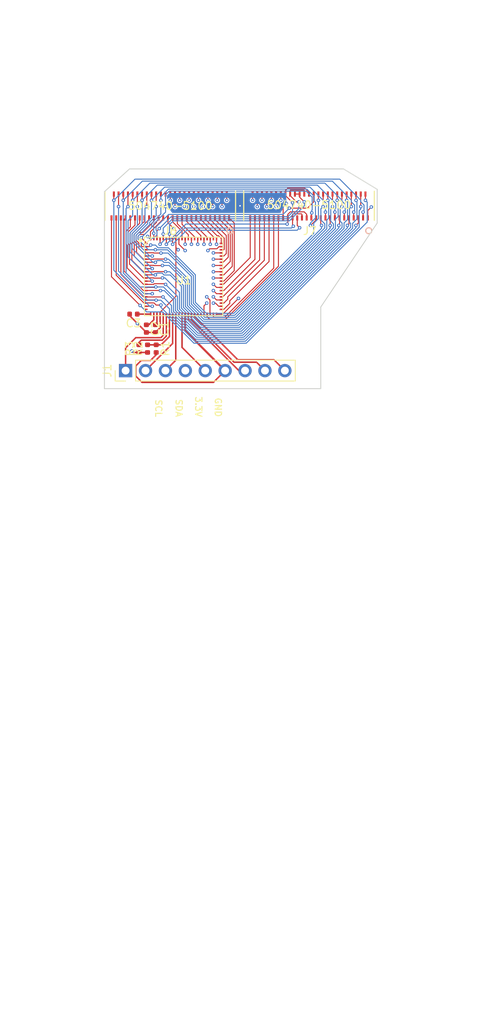
<source format=kicad_pcb>
(kicad_pcb (version 20210228) (generator pcbnew)
  (layers (0 "F.Cu" signal) (1 "In1.Cu" power) (2 "In2.Cu" power) (31 "B.Cu" signal) (34 "B.Paste" user) (35 "F.Paste" user) (36 "B.SilkS" user "B.Silkscreen") (37 "F.SilkS" user "F.Silkscreen") (38 "B.Mask" user) (39 "F.Mask" user) (44 "Edge.Cuts" user))
  (net 0 "")
  (net 1 "GND")
  (net 2 "/VIN_3.3")
  (net 3 "/Y0")
  (net 4 "/Y1")
  (net 5 "/Y2")
  (net 6 "/Y3")
  (net 7 "/Y4")
  (net 8 "/Y5")
  (net 9 "/Y6")
  (net 10 "/Y7")
  (net 11 "/Y8")
  (net 12 "/Y9")
  (net 13 "/Y10")
  (net 14 "/Y11")
  (net 15 "/Y12")
  (net 16 "/Y13")
  (net 17 "/Y14")
  (net 18 "/Y15")
  (net 19 "/Y16")
  (net 20 "/Y17")
  (net 21 "/Y18")
  (net 22 "/Y19")
  (net 23 "/Y20")
  (net 24 "/Y21")
  (net 25 "/Y22")
  (net 26 "/Y23")
  (net 27 "/Y24")
  (net 28 "/Y25")
  (net 29 "/Y26")
  (net 30 "/Y27")
  (net 31 "/Y28")
  (net 32 "/Y29")
  (net 33 "/X0")
  (net 34 "/X1")
  (net 35 "/X2")
  (net 36 "/X3")
  (net 37 "/X4")
  (net 38 "/X5")
  (net 39 "/X6")
  (net 40 "/X7")
  (net 41 "/X8")
  (net 42 "/X9")
  (net 43 "/X10")
  (net 44 "/X11")
  (net 45 "/X12")
  (net 46 "/X13")
  (net 47 "/X14")
  (net 48 "/X15")
  (net 49 "/X16")
  (net 50 "/X17")
  (net 51 "/X18")
  (net 52 "/X19")
  (net 53 "/X20")
  (net 54 "/X21")
  (net 55 "/X22")
  (net 56 "/X23")
  (net 57 "/X24")
  (net 58 "/X25")
  (net 59 "/X26")
  (net 60 "/X27")
  (net 61 "/X28")
  (net 62 "/X29")
  (net 63 "/X30")
  (net 64 "/X31")
  (net 65 "/X32")
  (net 66 "/X33")
  (net 67 "/X34")
  (net 68 "/X35")
  (net 69 "/X36")
  (net 70 "/X37")
  (net 71 "/X38")
  (net 72 "/X39")
  (net 73 "/SCL")
  (net 74 "/SDA")
  (net 75 "Net-(U1-Pad39)")
  (net 76 "Net-(U1-Pad38)")
  (net 77 "Net-(U1-Pad32)")
  (net 78 "Net-(C1-Pad1)")
  (net 79 "Net-(C2-Pad1)")
  (net 80 "Net-(C3-Pad1)")
  (net 81 "/RSTB")
  (net 82 "/Wake")
  (net 83 "/ARM_RST")
  (net 84 "/SYNC")
  (net 85 "/CLK_ADJ")
  (net 86 "Net-(R1-Pad1)")
  (net 87 "Net-(R3-Pad2)")
  (footprint "footprints:504740-5100" (layer "F.Cu") (at 137.2 74.7)
    (fp_text reference "J8")
    (fp_text value "504740-5100")
  )
  (footprint "footprints:504740-5100" (layer "F.Cu") (at 154.9 74.7)
    (fp_text reference "J7")
    (fp_text value "504740-5100")
  )
  (footprint "Connector_PinHeader_2.54mm:PinHeader_1x09_P2.54mm_Vertical" (layer "F.Cu") (at 131.5 95.7 90)
    (fp_text reference "J1")
    (fp_text value "Conn_01x09_Male")
  )
  (footprint "footprints:GT9113" (layer "F.Cu") (at 138.9 83.7)
    (fp_text reference "U1")
    (fp_text value "GT9113")
  )
  (footprint "Capacitor_SMD:C_0402_1005Metric" (layer "F.Cu") (at 135.3 90.35 -90)
    (fp_text reference "C1")
    (fp_text value "2.2uF")
  )
  (footprint "Capacitor_SMD:C_0402_1005Metric" (layer "F.Cu") (at 132.5 88.5 180)
    (fp_text reference "C3")
    (fp_text value "2.2uF")
  )
  (footprint "Resistor_SMD:R_0402_1005Metric" (layer "F.Cu") (at 135.4 92.9 -90)
    (fp_text reference "R1")
    (fp_text value "0R/DNF")
  )
  (footprint "Resistor_SMD:R_0402_1005Metric" (layer "F.Cu") (at 134.3 92.9 90)
    (fp_text reference "R2")
    (fp_text value "0R/DNF")
  )
  (footprint "Resistor_SMD:R_0402_1005Metric" (layer "F.Cu") (at 133.2 92.9 90)
    (fp_text reference "R3")
    (fp_text value "300k/DNF")
  )
  (footprint "Capacitor_SMD:C_0402_1005Metric" (layer "F.Cu") (at 134.15 90.35 -90)
    (fp_text reference "C2")
    (fp_text value "2.2uF")
  )
  (gr_line (start 156.4 87.6) (end 156.4 98) (layer "Edge.Cuts") (width 0.12))
  (gr_line (start 163.6 72.6) (end 163.6 76.9) (layer "Edge.Cuts") (width 0.12))
  (gr_line (start 159.3 70) (end 132 70) (layer "Edge.Cuts") (width 0.12))
  (gr_line (start 128.8 98) (end 128.8 72.9) (layer "Edge.Cuts") (width 0.12))
  (gr_line (start 163.6 76.9) (end 156.4 87.6) (layer "Edge.Cuts") (width 0.12))
  (gr_line (start 132 70) (end 128.8 72.9) (layer "Edge.Cuts") (width 0.12))
  (gr_line (start 163.6 72.6) (end 159.3 70) (layer "Edge.Cuts") (width 0.12))
  (gr_line (start 128.8 98) (end 156.4 98) (layer "Edge.Cuts") (width 0.12))
  (gr_text "SDA" (at 138.3 101.7 270) (layer "F.SilkS") (effects (font (size 0.8 0.8)) (justify right)))
  (gr_text "SCL" (at 135.7 101.7 270) (layer "F.SilkS") (effects (font (size 0.8 0.8)) (justify right)))
  (gr_text "3.3V" (at 140.8 101.7 270) (layer "F.SilkS") (effects (font (size 0.8 0.8)) (justify right)))
  (gr_text "GND" (at 143.3 101.7 270) (layer "F.SilkS") (effects (font (size 0.8 0.8)) (justify right)))
  (segment (start 137.9 78.9) (end 137.9 79.385056) (width 0.127) (layer "F.Cu") (net 1))
  (segment (start 137.9 78.9) (end 137.9 77.85) (width 0.127) (layer "F.Cu") (net 1))
  (segment (start 137.915501 80.015501) (end 138.2 80.3) (width 0.127) (layer "F.Cu") (net 1))
  (segment (start 135.3 90.835) (end 135.9 90.235) (width 0.19) (layer "F.Cu") (net 1))
  (segment (start 135.9 88.257098) (end 135.9 88.5) (width 0.127) (layer "F.Cu") (net 1))
  (segment (start 132.015 88.7) (end 132.015 88.5) (width 0.19) (layer "F.Cu") (net 1))
  (segment (start 137.9 78.9) (end 137.915501 78.915501) (width 0.127) (layer "F.Cu") (net 1))
  (segment (start 133.0575 89.7425) (end 132.015 88.7) (width 0.19) (layer "F.Cu") (net 1))
  (segment (start 137.915501 78.915501) (end 137.915501 80.015501) (width 0.127) (layer "F.Cu") (net 1))
  (segment (start 135.3 90.835) (end 134.15 90.835) (width 0.19) (layer "F.Cu") (net 1))
  (segment (start 134.15 90.835) (end 133.0575 89.7425) (width 0.19) (layer "F.Cu") (net 1))
  (segment (start 137.915501 86.241597) (end 135.9 88.257098) (width 0.127) (layer "F.Cu") (net 1))
  (segment (start 151.600002 76.243) (end 151.600002 74.799998) (width 0.127) (layer "F.Cu") (net 1))
  (segment (start 137.9 79.385056) (end 137.915501 79.400557) (width 0.127) (layer "F.Cu") (net 1))
  (segment (start 137.9 77.85) (end 137.65 77.6) (width 0.127) (layer "F.Cu") (net 1))
  (segment (start 132.485 93.385) (end 132.3 93.2) (width 0.19) (layer "F.Cu") (net 1))
  (segment (start 133.2 93.385) (end 134.3 93.385) (width 0.19) (layer "F.Cu") (net 1))
  (segment (start 133.2 93.385) (end 132.485 93.385) (width 0.19) (layer "F.Cu") (net 1))
  (segment (start 162.399998 76.243) (end 162.399998 75.300002) (width 0.127) (layer "F.Cu") (net 1))
  (segment (start 137.915501 79.400557) (end 137.915501 86.241597) (width 0.127) (layer "F.Cu") (net 1))
  (segment (start 162.399998 75.300002) (end 162.85 74.85) (width 0.127) (layer "F.Cu") (net 1))
  (segment (start 151.600002 74.799998) (end 152 74.4) (width 0.127) (layer "F.Cu") (net 1))
  (segment (start 135.9 90.235) (end 135.9 88.5) (width 0.19) (layer "F.Cu") (net 1))
  (segment (start 133.0575 89.7425) (end 133.0425 89.7425) (width 0.19) (layer "F.Cu") (net 1))
  (segment (start 133.0425 89.7425) (end 133 89.7) (width 0.19) (layer "F.Cu") (net 1))
  (segment (start 136.900001 76.243) (end 136.900001 76.850001) (width 0.127) (layer "F.Cu") (net 1))
  (segment (start 136.900001 76.850001) (end 137.65 77.6) (width 0.127) (layer "F.Cu") (net 1))
  (via (at 137.65 77.6) (size 0.45) (drill 0.2) (layers "F.Cu" "B.Cu") (net 1))
  (via (at 146.1 74.7) (size 0.45) (drill 0.2) (layers "F.Cu" "B.Cu") (net 1))
  (via (at 132.3 93.2) (size 0.45) (drill 0.2) (layers "F.Cu" "B.Cu") (net 1))
  (via (at 162.85 74.85) (size 0.45) (drill 0.2) (layers "F.Cu" "B.Cu") (net 1))
  (via (at 133 89.7) (size 0.45) (drill 0.2) (layers "F.Cu" "B.Cu") (net 1))
  (via (at 138.2 80.3) (size 0.45) (drill 0.2) (layers "F.Cu" "B.Cu") (net 1))
  (via (at 152 74.4) (size 0.45) (drill 0.2) (layers "F.Cu" "B.Cu") (net 1))
  (segment (start 139.1 90.6) (end 144.2 95.7) (width 0.254) (layer "F.Cu") (net 2))
  (segment (start 134.68 94.4) (end 133.5 94.4) (width 0.19) (layer "F.Cu") (net 2))
  (segment (start 135.4 93.68) (end 134.68 94.4) (width 0.19) (layer "F.Cu") (net 2))
  (segment (start 133.6 97.2) (end 142.7 97.2) (width 0.19) (layer "F.Cu") (net 2))
  (segment (start 132.8 95.1) (end 132.8 96.4) (width 0.19) (layer "F.Cu") (net 2))
  (segment (start 142.7 97.2) (end 144.2 95.7) (width 0.19) (layer "F.Cu") (net 2))
  (segment (start 139.1 88.5) (end 139.1 90.6) (width 0.254) (layer "F.Cu") (net 2))
  (segment (start 133.5 94.4) (end 132.8 95.1) (width 0.19) (layer "F.Cu") (net 2))
  (segment (start 135.4 93.385) (end 135.4 93.68) (width 0.19) (layer "F.Cu") (net 2))
  (segment (start 132.8 96.4) (end 133.6 97.2) (width 0.19) (layer "F.Cu") (net 2))
  (segment (start 129.700002 76.243) (end 129.700002 83.742904) (width 0.127) (layer "F.Cu") (net 3))
  (segment (start 133.857098 87.9) (end 134.1 87.9) (width 0.127) (layer "F.Cu") (net 3))
  (segment (start 162.099998 73.999998) (end 162.1 74) (width 0.127) (layer "F.Cu") (net 3))
  (segment (start 162.099998 73.203001) (end 162.099998 73.999998) (width 0.127) (layer "F.Cu") (net 3))
  (segment (start 134.1 87.9) (end 134.115501 87.915501) (width 0.127) (layer "F.Cu") (net 3))
  (segment (start 133.353549 87.396451) (end 133.857098 87.9) (width 0.127) (layer "F.Cu") (net 3))
  (segment (start 129.700002 83.742904) (end 133.353549 87.396451) (width 0.127) (layer "F.Cu") (net 3))
  (via (at 162.1 74) (size 0.45) (drill 0.2) (layers "F.Cu" "B.Cu") (net 3))
  (via (at 133.353549 87.396451) (size 0.45) (drill 0.2) (layers "F.Cu" "B.Cu") (net 3))
  (segment (start 134.178549 88.221451) (end 133.578548 87.62145) (width 0.127) (layer "B.Cu") (net 3))
  (segment (start 140.22179 92.210165) (end 136.233076 88.221451) (width 0.127) (layer "B.Cu") (net 3))
  (segment (start 136.233076 88.221451) (end 134.178549 88.221451) (width 0.127) (layer "B.Cu") (net 3))
  (segment (start 162.324999 76.775001) (end 146.889835 92.210165) (width 0.127) (layer "B.Cu") (net 3))
  (segment (start 162.1 74) (end 162.324999 74.224999) (width 0.127) (layer "B.Cu") (net 3))
  (segment (start 146.889835 92.210165) (end 140.22179 92.210165) (width 0.127) (layer "B.Cu") (net 3))
  (segment (start 162.324999 74.224999) (end 162.324999 76.775001) (width 0.127) (layer "B.Cu") (net 3))
  (segment (start 133.578548 87.62145) (end 133.353549 87.396451) (width 0.127) (layer "B.Cu") (net 3))
  (segment (start 134.9 87.5) (end 134.1 87.5) (width 0.127) (layer "F.Cu") (net 4))
  (segment (start 130.000002 73.999998) (end 130 74) (width 0.127) (layer "F.Cu") (net 4))
  (segment (start 161.8 75.5) (end 161.8 76.242999) (width 0.127) (layer "F.Cu") (net 4))
  (segment (start 130.000002 73.203001) (end 130.000002 73.999998) (width 0.127) (layer "F.Cu") (net 4))
  (segment (start 161.8 76.242999) (end 161.799999 76.243) (width 0.127) (layer "F.Cu") (net 4))
  (via (at 161.8 75.5) (size 0.45) (drill 0.2) (layers "F.Cu" "B.Cu") (net 4))
  (via (at 134.9 87.5) (size 0.45) (drill 0.2) (layers "F.Cu" "B.Cu") (net 4))
  (via (at 130 74) (size 0.45) (drill 0.2) (layers "F.Cu" "B.Cu") (net 4))
  (segment (start 130 82.918198) (end 134.581802 87.5) (width 0.127) (layer "B.Cu") (net 4))
  (segment (start 161.5 74.185058) (end 161.915501 74.600559) (width 0.127) (layer "B.Cu") (net 4))
  (segment (start 158.814942 71.3) (end 161.5 73.985058) (width 0.127) (layer "B.Cu") (net 4))
  (segment (start 130 74) (end 130 82.918198) (width 0.127) (layer "B.Cu") (net 4))
  (segment (start 161.915501 75.384499) (end 161.8 75.5) (width 0.127) (layer "B.Cu") (net 4))
  (segment (start 132.7 71.3) (end 158.814942 71.3) (width 0.127) (layer "B.Cu") (net 4))
  (segment (start 161.915501 74.600559) (end 161.915501 75.384499) (width 0.127) (layer "B.Cu") (net 4))
  (segment (start 134.581802 87.5) (end 134.9 87.5) (width 0.127) (layer "B.Cu") (net 4))
  (segment (start 130 74) (end 132.7 71.3) (width 0.127) (layer "B.Cu") (net 4))
  (segment (start 161.5 73.985058) (end 161.5 74.185058) (width 0.127) (layer "B.Cu") (net 4))
  (segment (start 130.300004 76.243) (end 130.300004 83.542906) (width 0.127) (layer "F.Cu") (net 5))
  (segment (start 133.857098 87.1) (end 134.1 87.1) (width 0.127) (layer "F.Cu") (net 5))
  (segment (start 134.1 87.1) (end 134.124999 87.075001) (width 0.127) (layer "F.Cu") (net 5))
  (segment (start 130.300004 83.542906) (end 133.857098 87.1) (width 0.127) (layer "F.Cu") (net 5))
  (segment (start 134.124999 87.075001) (end 135.127242 87.075001) (width 0.127) (layer "F.Cu") (net 5))
  (segment (start 161.5 73.660202) (end 161.5 74.8) (width 0.127) (layer "F.Cu") (net 5))
  (segment (start 135.127242 87.075001) (end 135.402241 87.35) (width 0.127) (layer "F.Cu") (net 5))
  (segment (start 135.402241 87.35) (end 136 87.35) (width 0.127) (layer "F.Cu") (net 5))
  (segment (start 161.499999 73.203001) (end 161.5 73.660202) (width 0.127) (layer "F.Cu") (net 5))
  (via (at 161.5 74.8) (size 0.45) (drill 0.2) (layers "F.Cu" "B.Cu") (net 5))
  (via (at 136 87.35) (size 0.45) (drill 0.2) (layers "F.Cu" "B.Cu") (net 5))
  (segment (start 136 87.35) (end 136 87.62915) (width 0.127) (layer "B.Cu") (net 5))
  (segment (start 161.5 75.118198) (end 161.5 74.8) (width 0.127) (layer "B.Cu") (net 5))
  (segment (start 161.300524 77.440251) (end 161.300524 75.317674) (width 0.127) (layer "B.Cu") (net 5))
  (segment (start 146.784621 91.956154) (end 161.300524 77.440251) (width 0.127) (layer "B.Cu") (net 5))
  (segment (start 161.300524 75.317674) (end 161.5 75.118198) (width 0.127) (layer "B.Cu") (net 5))
  (segment (start 140.327004 91.956154) (end 146.784621 91.956154) (width 0.127) (layer "B.Cu") (net 5))
  (segment (start 136 87.62915) (end 140.327004 91.956154) (width 0.127) (layer "B.Cu") (net 5))
  (segment (start 161.199998 76.243) (end 161.199998 76.885025) (width 0.127) (layer "F.Cu") (net 6))
  (segment (start 130.6 74.8) (end 130.6 73.203004) (width 0.127) (layer "F.Cu") (net 6))
  (segment (start 135.367185 86.7) (end 135.396115 86.72893) (width 0.127) (layer "F.Cu") (net 6))
  (segment (start 130.6 73.203004) (end 130.600003 73.203001) (width 0.127) (layer "F.Cu") (net 6))
  (segment (start 161.199998 76.885025) (end 160.885023 77.2) (width 0.127) (layer "F.Cu") (net 6))
  (segment (start 134.1 86.7) (end 135.367185 86.7) (width 0.127) (layer "F.Cu") (net 6))
  (via (at 130.6 74.8) (size 0.45) (drill 0.2) (layers "F.Cu" "B.Cu") (net 6))
  (via (at 160.885023 77.2) (size 0.45) (drill 0.2) (layers "F.Cu" "B.Cu") (net 6))
  (via (at 135.396115 86.72893) (size 0.45) (drill 0.2) (layers "F.Cu" "B.Cu") (net 6))
  (segment (start 137.097857 87.823599) (end 137.097857 88.367782) (width 0.127) (layer "B.Cu") (net 6))
  (segment (start 130.6 74.8) (end 130.6 83.01845) (width 0.127) (layer "B.Cu") (net 6))
  (segment (start 130.6 83.01845) (end 134.31048 86.72893) (width 0.127) (layer "B.Cu") (net 6))
  (segment (start 135.396115 86.72893) (end 136.003189 86.72893) (width 0.127) (layer "B.Cu") (net 6))
  (segment (start 140.432218 91.702143) (end 146.679407 91.702143) (width 0.127) (layer "B.Cu") (net 6))
  (segment (start 136.003189 86.72893) (end 137.097857 87.823599) (width 0.127) (layer "B.Cu") (net 6))
  (segment (start 146.679407 91.702143) (end 160.885023 77.496527) (width 0.127) (layer "B.Cu") (net 6))
  (segment (start 160.885023 77.496527) (end 160.885023 77.2) (width 0.127) (layer "B.Cu") (net 6))
  (segment (start 134.31048 86.72893) (end 135.396115 86.72893) (width 0.127) (layer "B.Cu") (net 6))
  (segment (start 137.097857 88.367782) (end 140.432218 91.702143) (width 0.127) (layer "B.Cu") (net 6))
  (segment (start 160.899998 73.999998) (end 160.9 74) (width 0.127) (layer "F.Cu") (net 7))
  (segment (start 130.900002 76.243) (end 130.900002 83.427002) (width 0.127) (layer "F.Cu") (net 7))
  (segment (start 134.1 86.3) (end 134.115501 86.315501) (width 0.127) (layer "F.Cu") (net 7))
  (segment (start 135.099441 86.315501) (end 135.101522 86.31342) (width 0.127) (layer "F.Cu") (net 7))
  (segment (start 160.899998 73.203001) (end 160.899998 73.999998) (width 0.127) (layer "F.Cu") (net 7))
  (segment (start 130.900002 83.427002) (end 133.773 86.3) (width 0.127) (layer "F.Cu") (net 7))
  (segment (start 133.773 86.3) (end 134.1 86.3) (width 0.127) (layer "F.Cu") (net 7))
  (segment (start 135.101522 86.31342) (end 136.269063 86.31342) (width 0.127) (layer "F.Cu") (net 7))
  (segment (start 134.115501 86.315501) (end 135.099441 86.315501) (width 0.127) (layer "F.Cu") (net 7))
  (via (at 136.269063 86.31342) (size 0.45) (drill 0.2) (layers "F.Cu" "B.Cu") (net 7))
  (via (at 160.9 74) (size 0.45) (drill 0.2) (layers "F.Cu" "B.Cu") (net 7))
  (segment (start 161.015501 74.115501) (end 161.015501 76.383781) (width 0.127) (layer "B.Cu") (net 7))
  (segment (start 161.015501 76.383781) (end 160.469513 76.929769) (width 0.127) (layer "B.Cu") (net 7))
  (segment (start 160.9 74) (end 161.015501 74.115501) (width 0.127) (layer "B.Cu") (net 7))
  (segment (start 160.469513 77.552812) (end 146.574193 91.448132) (width 0.127) (layer "B.Cu") (net 7))
  (segment (start 137.351868 87.396225) (end 136.269063 86.31342) (width 0.127) (layer "B.Cu") (net 7))
  (segment (start 137.351868 88.262568) (end 137.351868 87.396225) (width 0.127) (layer "B.Cu") (net 7))
  (segment (start 146.574193 91.448132) (end 140.537432 91.448132) (width 0.127) (layer "B.Cu") (net 7))
  (segment (start 140.537432 91.448132) (end 137.351868 88.262568) (width 0.127) (layer "B.Cu") (net 7))
  (segment (start 160.469513 76.929769) (end 160.469513 77.552812) (width 0.127) (layer "B.Cu") (net 7))
  (segment (start 134.9 85.9) (end 134.1 85.9) (width 0.127) (layer "F.Cu") (net 8))
  (segment (start 131.200002 73.203001) (end 131.200002 73.999998) (width 0.127) (layer "F.Cu") (net 8))
  (segment (start 131.200002 73.999998) (end 131.2 74) (width 0.127) (layer "F.Cu") (net 8))
  (segment (start 160.599999 75.500001) (end 160.6 75.5) (width 0.127) (layer "F.Cu") (net 8))
  (segment (start 160.599999 76.243) (end 160.599999 75.500001) (width 0.127) (layer "F.Cu") (net 8))
  (via (at 134.9 85.9) (size 0.45) (drill 0.2) (layers "F.Cu" "B.Cu") (net 8))
  (via (at 160.6 75.5) (size 0.45) (drill 0.2) (layers "F.Cu" "B.Cu") (net 8))
  (via (at 131.2 74) (size 0.45) (drill 0.2) (layers "F.Cu" "B.Cu") (net 8))
  (segment (start 160.715501 74.615501) (end 160.3 74.2) (width 0.127) (layer "B.Cu") (net 8))
  (segment (start 160.715501 75.384499) (end 160.715501 74.615501) (width 0.127) (layer "B.Cu") (net 8))
  (segment (start 133.645989 71.554011) (end 131.2 74) (width 0.127) (layer "B.Cu") (net 8))
  (segment (start 160.6 75.5) (end 160.715501 75.384499) (width 0.127) (layer "B.Cu") (net 8))
  (segment (start 131.2 74) (end 131.2 83.259225) (width 0.127) (layer "B.Cu") (net 8))
  (segment (start 157.868953 71.554011) (end 133.645989 71.554011) (width 0.127) (layer "B.Cu") (net 8))
  (segment (start 160.3 74.2) (end 160.3 73.985058) (width 0.127) (layer "B.Cu") (net 8))
  (segment (start 131.2 83.259225) (end 133.840775 85.9) (width 0.127) (layer "B.Cu") (net 8))
  (segment (start 160.3 73.985058) (end 157.868953 71.554011) (width 0.127) (layer "B.Cu") (net 8))
  (segment (start 133.840775 85.9) (end 134.9 85.9) (width 0.127) (layer "B.Cu") (net 8))
  (segment (start 131.500001 76.243) (end 131.306421 76.43658) (width 0.127) (layer "F.Cu") (net 9))
  (segment (start 133.773 85.5) (end 134.1 85.5) (width 0.127) (layer "F.Cu") (net 9))
  (segment (start 160.299999 73.203001) (end 160.3 73.660202) (width 0.127) (layer "F.Cu") (net 9))
  (segment (start 131.306421 76.43658) (end 131.306421 83.033421) (width 0.127) (layer "F.Cu") (net 9))
  (segment (start 135.934499 85.484499) (end 135.95 85.5) (width 0.127) (layer "F.Cu") (net 9))
  (segment (start 134.115501 85.484499) (end 135.934499 85.484499) (width 0.127) (layer "F.Cu") (net 9))
  (segment (start 134.1 85.5) (end 134.115501 85.484499) (width 0.127) (layer "F.Cu") (net 9))
  (segment (start 131.306421 83.033421) (end 133.773 85.5) (width 0.127) (layer "F.Cu") (net 9))
  (segment (start 160.3 73.660202) (end 160.3 74.8) (width 0.127) (layer "F.Cu") (net 9))
  (via (at 135.95 85.5) (size 0.45) (drill 0.2) (layers "F.Cu" "B.Cu") (net 9))
  (via (at 160.3 74.8) (size 0.45) (drill 0.2) (layers "F.Cu" "B.Cu") (net 9))
  (segment (start 160.215502 77.447598) (end 160.215502 76.943046) (width 0.127) (layer "B.Cu") (net 9))
  (segment (start 140.642646 91.194121) (end 146.468979 91.194121) (width 0.127) (layer "B.Cu") (net 9))
  (segment (start 135.95 85.5) (end 136.429809 85.5) (width 0.127) (layer "B.Cu") (net 9))
  (segment (start 160.215502 76.943046) (end 160.075001 76.802545) (width 0.127) (layer "B.Cu") (net 9))
  (segment (start 146.468979 91.194121) (end 160.215502 77.447598) (width 0.127) (layer "B.Cu") (net 9))
  (segment (start 160.075001 75.024999) (end 160.3 74.8) (width 0.127) (layer "B.Cu") (net 9))
  (segment (start 137.605879 86.67607) (end 137.605879 88.157354) (width 0.127) (layer "B.Cu") (net 9))
  (segment (start 136.429809 85.5) (end 137.605879 86.67607) (width 0.127) (layer "B.Cu") (net 9))
  (segment (start 160.075001 76.802545) (end 160.075001 75.024999) (width 0.127) (layer "B.Cu") (net 9))
  (segment (start 137.605879 88.157354) (end 140.642646 91.194121) (width 0.127) (layer "B.Cu") (net 9))
  (segment (start 131.800003 73.203001) (end 131.800003 74.799997) (width 0.127) (layer "F.Cu") (net 10))
  (segment (start 131.800003 74.799997) (end 131.8 74.8) (width 0.127) (layer "F.Cu") (net 10))
  (segment (start 160 76.243) (end 160 77) (width 0.127) (layer "F.Cu") (net 10))
  (segment (start 134.1 85.1) (end 135.298641 85.1) (width 0.127) (layer "F.Cu") (net 10))
  (segment (start 160 77) (end 159.8 77.2) (width 0.127) (layer "F.Cu") (net 10))
  (segment (start 135.298641 85.1) (end 135.357403 85.041238) (width 0.127) (layer "F.Cu") (net 10))
  (via (at 131.8 74.8) (size 0.45) (drill 0.2) (layers "F.Cu" "B.Cu") (net 10))
  (via (at 135.357403 85.041238) (size 0.45) (drill 0.2) (layers "F.Cu" "B.Cu") (net 10))
  (via (at 159.8 77.2) (size 0.45) (drill 0.2) (layers "F.Cu" "B.Cu") (net 10))
  (segment (start 131.560433 75.039567) (end 131.560433 83.260433) (width 0.127) (layer "B.Cu") (net 10))
  (segment (start 131.560433 83.260433) (end 133.341238 85.041238) (width 0.127) (layer "B.Cu") (net 10))
  (segment (start 137.85989 88.05214) (end 140.74786 90.94011) (width 0.127) (layer "B.Cu") (net 10))
  (segment (start 131.8 74.8) (end 131.560433 75.039567) (width 0.127) (layer "B.Cu") (net 10))
  (segment (start 136.330271 85.041238) (end 137.85989 86.570856) (width 0.127) (layer "B.Cu") (net 10))
  (segment (start 137.85989 86.570856) (end 137.85989 88.05214) (width 0.127) (layer "B.Cu") (net 10))
  (segment (start 140.74786 90.94011) (end 146.363765 90.94011) (width 0.127) (layer "B.Cu") (net 10))
  (segment (start 146.363765 90.94011) (end 159.8 77.503875) (width 0.127) (layer "B.Cu") (net 10))
  (segment (start 133.341238 85.041238) (end 135.357403 85.041238) (width 0.127) (layer "B.Cu") (net 10))
  (segment (start 159.8 77.503875) (end 159.8 77.2) (width 0.127) (layer "B.Cu") (net 10))
  (segment (start 135.357403 85.041238) (end 136.330271 85.041238) (width 0.127) (layer "B.Cu") (net 10))
  (segment (start 134.1 84.7) (end 134.115501 84.715501) (width 0.127) (layer "F.Cu") (net 11))
  (segment (start 131.560432 77.937968) (end 131.560432 79.59942) (width 0.127) (layer "F.Cu") (net 11))
  (segment (start 131.7 79.738988) (end 131.7 82.627) (width 0.127) (layer "F.Cu") (net 11))
  (segment (start 133.773 84.7) (end 134.1 84.7) (width 0.127) (layer "F.Cu") (net 11))
  (segment (start 159.699998 73.999998) (end 159.7 74) (width 0.127) (layer "F.Cu") (net 11))
  (segment (start 134.115501 84.715501) (end 135.068198 84.715501) (width 0.127) (layer "F.Cu") (net 11))
  (segment (start 132.100003 77.398398) (end 131.560432 77.937968) (width 0.127) (layer "F.Cu") (net 11))
  (segment (start 159.699998 73.203001) (end 159.699998 73.999998) (width 0.127) (layer "F.Cu") (net 11))
  (segment (start 135.068198 84.715501) (end 135.157962 84.625737) (width 0.127) (layer "F.Cu") (net 11))
  (segment (start 135.157962 84.625737) (end 136.510237 84.625737) (width 0.127) (layer "F.Cu") (net 11))
  (segment (start 131.7 82.627) (end 133.773 84.7) (width 0.127) (layer "F.Cu") (net 11))
  (segment (start 131.560432 79.59942) (end 131.7 79.738988) (width 0.127) (layer "F.Cu") (net 11))
  (segment (start 136.510237 84.625737) (end 136.6 84.7155) (width 0.127) (layer "F.Cu") (net 11))
  (segment (start 132.100003 76.243) (end 132.100003 77.398398) (width 0.127) (layer "F.Cu") (net 11))
  (via (at 136.6 84.7155) (size 0.45) (drill 0.2) (layers "F.Cu" "B.Cu") (net 11))
  (via (at 159.7 74) (size 0.45) (drill 0.2) (layers "F.Cu" "B.Cu") (net 11))
  (segment (start 146.258551 90.686099) (end 159.369512 77.575138) (width 0.127) (layer "B.Cu") (net 11))
  (segment (start 136.6 84.7155) (end 138.113901 86.229401) (width 0.127) (layer "B.Cu") (net 11))
  (segment (start 138.113901 87.946926) (end 140.853074 90.686099) (width 0.127) (layer "B.Cu") (net 11))
  (segment (start 159.815501 76.445039) (end 159.815501 74.115501) (width 0.127) (layer "B.Cu") (net 11))
  (segment (start 138.113901 86.229401) (end 138.113901 87.946926) (width 0.127) (layer "B.Cu") (net 11))
  (segment (start 159.369512 77.575138) (end 159.369512 76.891028) (width 0.127) (layer "B.Cu") (net 11))
  (segment (start 159.369512 76.891028) (end 159.815501 76.445039) (width 0.127) (layer "B.Cu") (net 11))
  (segment (start 159.815501 74.115501) (end 159.7 74) (width 0.127) (layer "B.Cu") (net 11))
  (segment (start 140.853074 90.686099) (end 146.258551 90.686099) (width 0.127) (layer "B.Cu") (net 11))
  (segment (start 134.1 84.3) (end 134.9 84.3) (width 0.127) (layer "F.Cu") (net 12))
  (segment (start 132.4 74) (end 132.4 73.203003) (width 0.127) (layer "F.Cu") (net 12))
  (segment (start 132.4 73.203003) (end 132.400002 73.203001) (width 0.127) (layer "F.Cu") (net 12))
  (segment (start 159.399999 76.243) (end 159.399999 75.500001) (width 0.127) (layer "F.Cu") (net 12))
  (segment (start 159.399999 75.500001) (end 159.4 75.5) (width 0.127) (layer "F.Cu") (net 12))
  (via (at 159.4 75.5) (size 0.45) (drill 0.2) (layers "F.Cu" "B.Cu") (net 12))
  (via (at 132.4 74) (size 0.45) (drill 0.2) (layers "F.Cu" "B.Cu") (net 12))
  (via (at 134.9 84.3) (size 0.45) (drill 0.2) (layers "F.Cu" "B.Cu") (net 12))
  (segment (start 159.515501 74.515501) (end 159.1 74.1) (width 0.127) (layer "B.Cu") (net 12))
  (segment (start 134.9 84.3) (end 131.814444 81.214444) (width 0.127) (layer "B.Cu") (net 12))
  (segment (start 131.814444 76.589431) (end 132.4 76.003875) (width 0.127) (layer "B.Cu") (net 12))
  (segment (start 159.1 74.1) (end 159.1 73.985058) (width 0.127) (layer "B.Cu") (net 12))
  (segment (start 159.4 75.5) (end 159.515501 75.384499) (width 0.127) (layer "B.Cu") (net 12))
  (segment (start 156.922964 71.808022) (end 134.591978 71.808022) (width 0.127) (layer "B.Cu") (net 12))
  (segment (start 159.1 73.985058) (end 156.922964 71.808022) (width 0.127) (layer "B.Cu") (net 12))
  (segment (start 132.4 76.003875) (end 132.4 74.318198) (width 0.127) (layer "B.Cu") (net 12))
  (segment (start 131.814444 81.214444) (end 131.814444 76.589431) (width 0.127) (layer "B.Cu") (net 12))
  (segment (start 134.591978 71.808022) (end 132.4 74) (width 0.127) (layer "B.Cu") (net 12))
  (segment (start 159.515501 75.384499) (end 159.515501 74.515501) (width 0.127) (layer "B.Cu") (net 12))
  (segment (start 132.4 74.318198) (end 132.4 74) (width 0.127) (layer "B.Cu") (net 12))
  (segment (start 133.773 83.9) (end 134.1 83.9) (width 0.127) (layer "F.Cu") (net 13))
  (segment (start 134.1 83.9) (end 134.115501 83.884499) (width 0.127) (layer "F.Cu") (net 13))
  (segment (start 136.170917 83.915501) (end 136.201928 83.88449) (width 0.127) (layer "F.Cu") (net 13))
  (segment (start 131.814443 79.494206) (end 132 79.679763) (width 0.127) (layer "F.Cu") (net 13))
  (segment (start 132.700001 76.243) (end 132.700001 77.157624) (width 0.127) (layer "F.Cu") (net 13))
  (segment (start 135.100559 83.915501) (end 136.170917 83.915501) (width 0.127) (layer "F.Cu") (net 13))
  (segment (start 132 79.679763) (end 132 82.127) (width 0.127) (layer "F.Cu") (net 13))
  (segment (start 131.814443 78.043182) (end 131.814443 79.494206) (width 0.127) (layer "F.Cu") (net 13))
  (segment (start 135.069557 83.884499) (end 135.100559 83.915501) (width 0.127) (layer "F.Cu") (net 13))
  (segment (start 159.099999 73.203001) (end 159.1 73.660202) (width 0.127) (layer "F.Cu") (net 13))
  (segment (start 134.115501 83.884499) (end 135.069557 83.884499) (width 0.127) (layer "F.Cu") (net 13))
  (segment (start 132 82.127) (end 133.773 83.9) (width 0.127) (layer "F.Cu") (net 13))
  (segment (start 159.1 73.660202) (end 159.1 74.8) (width 0.127) (layer "F.Cu") (net 13))
  (segment (start 132.700001 77.157624) (end 131.814443 78.043182) (width 0.127) (layer "F.Cu") (net 13))
  (via (at 136.201928 83.88449) (size 0.45) (drill 0.2) (layers "F.Cu" "B.Cu") (net 13))
  (via (at 159.1 74.8) (size 0.45) (drill 0.2) (layers "F.Cu" "B.Cu") (net 13))
  (segment (start 138.367912 85.732276) (end 136.520126 83.88449) (width 0.127) (layer "B.Cu") (net 13))
  (segment (start 140.958288 90.432088) (end 138.367912 87.841712) (width 0.127) (layer "B.Cu") (net 13))
  (segment (start 158.875001 75.024999) (end 158.875001 76.660059) (width 0.127) (layer "B.Cu") (net 13))
  (segment (start 159.115501 76.900559) (end 159.115501 77.469924) (width 0.127) (layer "B.Cu") (net 13))
  (segment (start 159.115501 77.469924) (end 146.153337 90.432088) (width 0.127) (layer "B.Cu") (net 13))
  (segment (start 158.875001 76.660059) (end 159.115501 76.900559) (width 0.127) (layer "B.Cu") (net 13))
  (segment (start 146.153337 90.432088) (end 140.958288 90.432088) (width 0.127) (layer "B.Cu") (net 13))
  (segment (start 159.1 74.8) (end 158.875001 75.024999) (width 0.127) (layer "B.Cu") (net 13))
  (segment (start 138.367912 87.841712) (end 138.367912 85.732276) (width 0.127) (layer "B.Cu") (net 13))
  (segment (start 136.520126 83.88449) (end 136.201928 83.88449) (width 0.127) (layer "B.Cu") (net 13))
  (segment (start 133 73.660202) (end 133 74.8) (width 0.127) (layer "F.Cu") (net 14))
  (segment (start 158.8 77.099998) (end 158.7 77.199998) (width 0.127) (layer "F.Cu") (net 14))
  (segment (start 133.000001 73.203001) (end 133 73.660202) (width 0.127) (layer "F.Cu") (net 14))
  (segment (start 158.8 76.243) (end 158.8 77.099998) (width 0.127) (layer "F.Cu") (net 14))
  (segment (start 134.1 83.5) (end 135.3 83.5) (width 0.127) (layer "F.Cu") (net 14))
  (via (at 135.3 83.5) (size 0.45) (drill 0.2) (layers "F.Cu" "B.Cu") (net 14))
  (via (at 133 74.8) (size 0.45) (drill 0.2) (layers "F.Cu" "B.Cu") (net 14))
  (via (at 158.7 77.199998) (size 0.45) (drill 0.2) (layers "F.Cu" "B.Cu") (net 14))
  (segment (start 135.3 83.5) (end 135.524999 83.275001) (width 0.127) (layer "B.Cu") (net 14))
  (segment (start 146.048123 90.178077) (end 158.7 77.5262) (width 0.127) (layer "B.Cu") (net 14))
  (segment (start 138.621923 87.736498) (end 141.063502 90.178077) (width 0.127) (layer "B.Cu") (net 14))
  (segment (start 137.183951 83.515501) (end 138.621923 84.953473) (width 0.127) (layer "B.Cu") (net 14))
  (segment (start 158.7 77.5262) (end 158.7 77.199998) (width 0.127) (layer "B.Cu") (net 14))
  (segment (start 136.400559 83.515501) (end 137.183951 83.515501) (width 0.127) (layer "B.Cu") (net 14))
  (segment (start 135.524999 83.275001) (end 136.160059 83.275001) (width 0.127) (layer "B.Cu") (net 14))
  (segment (start 132.068455 80.586653) (end 134.981802 83.5) (width 0.127) (layer "B.Cu") (net 14))
  (segment (start 133 77.216852) (end 132.068455 78.148397) (width 0.127) (layer "B.Cu") (net 14))
  (segment (start 141.063502 90.178077) (end 146.048123 90.178077) (width 0.127) (layer "B.Cu") (net 14))
  (segment (start 136.160059 83.275001) (end 136.400559 83.515501) (width 0.127) (layer "B.Cu") (net 14))
  (segment (start 133 74.8) (end 133 77.216852) (width 0.127) (layer "B.Cu") (net 14))
  (segment (start 134.981802 83.5) (end 135.3 83.5) (width 0.127) (layer "B.Cu") (net 14))
  (segment (start 132.068455 78.148397) (end 132.068455 80.586653) (width 0.127) (layer "B.Cu") (net 14))
  (segment (start 138.621923 84.953473) (end 138.621923 87.736498) (width 0.127) (layer "B.Cu") (net 14))
  (segment (start 136.584499 83.084499) (end 136.6 83.1) (width 0.127) (layer "F.Cu") (net 15))
  (segment (start 133.773 83.1) (end 134.1 83.1) (width 0.127) (layer "F.Cu") (net 15))
  (segment (start 132.068454 79.388992) (end 132.3 79.620538) (width 0.127) (layer "F.Cu") (net 15))
  (segment (start 133.300003 76.243) (end 133.300003 76.916847) (width 0.127) (layer "F.Cu") (net 15))
  (segment (start 134.115501 83.115501) (end 135.069557 83.115501) (width 0.127) (layer "F.Cu") (net 15))
  (segment (start 132.3 79.620538) (end 132.3 81.627) (width 0.127) (layer "F.Cu") (net 15))
  (segment (start 135.100559 83.084499) (end 136.584499 83.084499) (width 0.127) (layer "F.Cu") (net 15))
  (segment (start 134.1 83.1) (end 134.115501 83.115501) (width 0.127) (layer "F.Cu") (net 15))
  (segment (start 132.3 81.627) (end 133.773 83.1) (width 0.127) (layer "F.Cu") (net 15))
  (segment (start 132.068454 78.148396) (end 132.068454 79.388992) (width 0.127) (layer "F.Cu") (net 15))
  (segment (start 158.5 73.203001) (end 158.5 74) (width 0.127) (layer "F.Cu") (net 15))
  (segment (start 133.300003 76.916847) (end 132.068454 78.148396) (width 0.127) (layer "F.Cu") (net 15))
  (segment (start 135.069557 83.115501) (end 135.100559 83.084499) (width 0.127) (layer "F.Cu") (net 15))
  (via (at 136.6 83.1) (size 0.45) (drill 0.2) (layers "F.Cu" "B.Cu") (net 15))
  (via (at 158.5 74) (size 0.45) (drill 0.2) (layers "F.Cu" "B.Cu") (net 15))
  (segment (start 136.6 83.1) (end 137.127676 83.1) (width 0.127) (layer "B.Cu") (net 15))
  (segment (start 158.269513 77.597462) (end 158.269513 76.415545) (width 0.127) (layer "B.Cu") (net 15))
  (segment (start 138.875934 87.631284) (end 141.168716 89.924066) (width 0.127) (layer "B.Cu") (net 15))
  (segment (start 145.942909 89.924066) (end 158.269513 77.597462) (width 0.127) (layer "B.Cu") (net 15))
  (segment (start 137.127676 83.1) (end 138.875934 84.848259) (width 0.127) (layer "B.Cu") (net 15))
  (segment (start 158.269513 76.415545) (end 158.615501 76.069557) (width 0.127) (layer "B.Cu") (net 15))
  (segment (start 138.875934 84.848259) (end 138.875934 87.631284) (width 0.127) (layer "B.Cu") (net 15))
  (segment (start 141.168716 89.924066) (end 145.942909 89.924066) (width 0.127) (layer "B.Cu") (net 15))
  (segment (start 158.615501 74.115501) (end 158.5 74) (width 0.127) (layer "B.Cu") (net 15))
  (segment (start 158.615501 76.069557) (end 158.615501 74.115501) (width 0.127) (layer "B.Cu") (net 15))
  (segment (start 133.600002 73.203001) (end 133.600002 73.999998) (width 0.127) (layer "F.Cu") (net 16))
  (segment (start 134.9 82.7) (end 134.1 82.7) (width 0.127) (layer "F.Cu") (net 16))
  (segment (start 158.199998 76.243) (end 158.199998 75.500002) (width 0.127) (layer "F.Cu") (net 16))
  (segment (start 158.199998 75.500002) (end 158.2 75.5) (width 0.127) (layer "F.Cu") (net 16))
  (segment (start 133.600002 73.999998) (end 133.6 74) (width 0.127) (layer "F.Cu") (net 16))
  (via (at 158.2 75.5) (size 0.45) (drill 0.2) (layers "F.Cu" "B.Cu") (net 16))
  (via (at 133.6 74) (size 0.45) (drill 0.2) (layers "F.Cu" "B.Cu") (net 16))
  (via (at 134.9 82.7) (size 0.45) (drill 0.2) (layers "F.Cu" "B.Cu") (net 16))
  (segment (start 158.2 75.5) (end 158.2 75.114942) (width 0.127) (layer "B.Cu") (net 16))
  (segment (start 158.2 75.114942) (end 158.315501 74.999441) (width 0.127) (layer "B.Cu") (net 16))
  (segment (start 135.537967 72.062033) (end 133.6 74) (width 0.127) (layer "B.Cu") (net 16))
  (segment (start 133.6 74) (end 133.6 76.976077) (width 0.127) (layer "B.Cu") (net 16))
  (segment (start 132.322466 78.253611) (end 132.322466 80.122466) (width 0.127) (layer "B.Cu") (net 16))
  (segment (start 133.6 76.976077) (end 132.322466 78.253611) (width 0.127) (layer "B.Cu") (net 16))
  (segment (start 155.962033 72.062033) (end 135.537967 72.062033) (width 0.127) (layer "B.Cu") (net 16))
  (segment (start 158.315501 74.415501) (end 155.962033 72.062033) (width 0.127) (layer "B.Cu") (net 16))
  (segment (start 158.315501 74.999441) (end 158.315501 74.415501) (width 0.127) (layer "B.Cu") (net 16))
  (segment (start 132.322466 80.122466) (end 134.9 82.7) (width 0.127) (layer "B.Cu") (net 16))
  (segment (start 133.900002 76.676073) (end 132.322465 78.25361) (width 0.127) (layer "F.Cu") (net 17))
  (segment (start 132.6 81.127) (end 133.773 82.3) (width 0.127) (layer "F.Cu") (net 17))
  (segment (start 136.184499 82.315501) (end 136.2 82.3) (width 0.127) (layer "F.Cu") (net 17))
  (segment (start 135.069557 82.284499) (end 135.100559 82.315501) (width 0.127) (layer "F.Cu") (net 17))
  (segment (start 135.100559 82.315501) (end 136.184499 82.315501) (width 0.127) (layer "F.Cu") (net 17))
  (segment (start 132.6 79.561313) (end 132.6 81.127) (width 0.127) (layer "F.Cu") (net 17))
  (segment (start 157.899999 73.203001) (end 157.9 73.660202) (width 0.127) (layer "F.Cu") (net 17))
  (segment (start 157.9 73.660202) (end 157.9 74.8) (width 0.127) (layer "F.Cu") (net 17))
  (segment (start 134.115501 82.284499) (end 135.069557 82.284499) (width 0.127) (layer "F.Cu") (net 17))
  (segment (start 132.322465 79.283778) (end 132.6 79.561313) (width 0.127) (layer "F.Cu") (net 17))
  (segment (start 132.322465 78.25361) (end 132.322465 79.283778) (width 0.127) (layer "F.Cu") (net 17))
  (segment (start 133.900002 76.243) (end 133.900002 76.676073) (width 0.127) (layer "F.Cu") (net 17))
  (segment (start 133.773 82.3) (end 134.1 82.3) (width 0.127) (layer "F.Cu") (net 17))
  (segment (start 134.1 82.3) (end 134.115501 82.284499) (width 0.127) (layer "F.Cu") (net 17))
  (via (at 157.9 74.8) (size 0.45) (drill 0.2) (layers "F.Cu" "B.Cu") (net 17))
  (via (at 136.2 82.3) (size 0.45) (drill 0.2) (layers "F.Cu" "B.Cu") (net 17))
  (segment (start 141.27393 89.670055) (end 145.837695 89.670055) (width 0.127) (layer "B.Cu") (net 17))
  (segment (start 139.129945 84.383819) (end 139.129945 87.52607) (width 0.127) (layer "B.Cu") (net 17))
  (segment (start 158.015502 77.000558) (end 157.675001 76.660057) (width 0.127) (layer "B.Cu") (net 17))
  (segment (start 158.015502 77.492248) (end 158.015502 77.000558) (width 0.127) (layer "B.Cu") (net 17))
  (segment (start 137.046126 82.3) (end 139.129945 84.383819) (width 0.127) (layer "B.Cu") (net 17))
  (segment (start 145.837695 89.670055) (end 158.015502 77.492248) (width 0.127) (layer "B.Cu") (net 17))
  (segment (start 157.675001 76.660057) (end 157.675001 75.024999) (width 0.127) (layer "B.Cu") (net 17))
  (segment (start 139.129945 87.52607) (end 141.27393 89.670055) (width 0.127) (layer "B.Cu") (net 17))
  (segment (start 136.2 82.3) (end 137.046126 82.3) (width 0.127) (layer "B.Cu") (net 17))
  (segment (start 157.675001 75.024999) (end 157.9 74.8) (width 0.127) (layer "B.Cu") (net 17))
  (segment (start 134.200001 74.481801) (end 134.200001 73.203001) (width 0.127) (layer "F.Cu") (net 18))
  (segment (start 134.2 74.8) (end 134.200001 74.481801) (width 0.127) (layer "F.Cu") (net 18))
  (segment (start 134.1 81.9) (end 135.3 81.9) (width 0.127) (layer "F.Cu") (net 18))
  (segment (start 157.6 76.243) (end 157.6 77.2) (width 0.127) (layer "F.Cu") (net 18))
  (via (at 135.3 81.9) (size 0.45) (drill 0.2) (layers "F.Cu" "B.Cu") (net 18))
  (via (at 134.2 74.8) (size 0.45) (drill 0.2) (layers "F.Cu" "B.Cu") (net 18))
  (via (at 157.6 77.2) (size 0.45) (drill 0.2) (layers "F.Cu" "B.Cu") (net 18))
  (segment (start 136.400559 81.915501) (end 137.020851 81.915501) (width 0.127) (layer "B.Cu") (net 18))
  (segment (start 145.732481 89.416044) (end 157.6 77.548525) (width 0.127) (layer "B.Cu") (net 18))
  (segment (start 134.981802 81.9) (end 135.3 81.9) (width 0.127) (layer "B.Cu") (net 18))
  (segment (start 157.6 77.548525) (end 157.6 77.2) (width 0.127) (layer "B.Cu") (net 18))
  (segment (start 132.576477 79.494675) (end 134.981802 81.9) (width 0.127) (layer "B.Cu") (net 18))
  (segment (start 139.383956 87.420856) (end 141.379144 89.416044) (width 0.127) (layer "B.Cu") (net 18))
  (segment (start 134.2 74.8) (end 133.975001 75.024999) (width 0.127) (layer "B.Cu") (net 18))
  (segment (start 139.383956 84.278605) (end 139.383956 87.420856) (width 0.127) (layer "B.Cu") (net 18))
  (segment (start 132.576477 78.358825) (end 132.576477 79.494675) (width 0.127) (layer "B.Cu") (net 18))
  (segment (start 136.160059 81.675001) (end 136.400559 81.915501) (width 0.127) (layer "B.Cu") (net 18))
  (segment (start 141.379144 89.416044) (end 145.732481 89.416044) (width 0.127) (layer "B.Cu") (net 18))
  (segment (start 135.3 81.9) (end 135.524999 81.675001) (width 0.127) (layer "B.Cu") (net 18))
  (segment (start 137.020851 81.915501) (end 139.383956 84.278605) (width 0.127) (layer "B.Cu") (net 18))
  (segment (start 135.524999 81.675001) (end 136.160059 81.675001) (width 0.127) (layer "B.Cu") (net 18))
  (segment (start 133.975001 75.024999) (end 133.975001 76.960301) (width 0.127) (layer "B.Cu") (net 18))
  (segment (start 133.975001 76.960301) (end 132.576477 78.358825) (width 0.127) (layer "B.Cu") (net 18))
  (segment (start 134.115501 81.515501) (end 135.069557 81.515501) (width 0.127) (layer "F.Cu") (net 19))
  (segment (start 136.584499 81.484499) (end 136.6 81.5) (width 0.127) (layer "F.Cu") (net 19))
  (segment (start 157.3 73.203001) (end 157.3 74) (width 0.127) (layer "F.Cu") (net 19))
  (segment (start 132.576476 78.358824) (end 132.576476 79.178564) (width 0.127) (layer "F.Cu") (net 19))
  (segment (start 132.9 79.502088) (end 132.9 80.627) (width 0.127) (layer "F.Cu") (net 19))
  (segment (start 134.5 76.4353) (end 132.576476 78.358824) (width 0.127) (layer "F.Cu") (net 19))
  (segment (start 135.069557 81.515501) (end 135.100559 81.484499) (width 0.127) (layer "F.Cu") (net 19))
  (segment (start 132.9 80.627) (end 133.773 81.5) (width 0.127) (layer "F.Cu") (net 19))
  (segment (start 133.773 81.5) (end 134.1 81.5) (width 0.127) (layer "F.Cu") (net 19))
  (segment (start 132.576476 79.178564) (end 132.9 79.502088) (width 0.127) (layer "F.Cu") (net 19))
  (segment (start 134.5 76.243) (end 134.5 76.4353) (width 0.127) (layer "F.Cu") (net 19))
  (segment (start 134.1 81.5) (end 134.115501 81.515501) (width 0.127) (layer "F.Cu") (net 19))
  (segment (start 135.100559 81.484499) (end 136.584499 81.484499) (width 0.127) (layer "F.Cu") (net 19))
  (via (at 136.6 81.5) (size 0.45) (drill 0.2) (layers "F.Cu" "B.Cu") (net 19))
  (via (at 157.3 74) (size 0.45) (drill 0.2) (layers "F.Cu" "B.Cu") (net 19))
  (segment (start 139.637967 87.315642) (end 141.484358 89.162033) (width 0.127) (layer "B.Cu") (net 19))
  (segment (start 145.627267 89.162033) (end 157.169512 77.619788) (width 0.127) (layer "B.Cu") (net 19))
  (segment (start 157.415501 74.115501) (end 157.3 74) (width 0.127) (layer "B.Cu") (net 19))
  (segment (start 136.972329 81.5) (end 139.637967 84.165638) (width 0.127) (layer "B.Cu") (net 19))
  (segment (start 157.169512 76.515544) (end 157.415501 76.269555) (width 0.127) (layer "B.Cu") (net 19))
  (segment (start 141.484358 89.162033) (end 145.627267 89.162033) (width 0.127) (layer "B.Cu") (net 19))
  (segment (start 136.6 81.5) (end 136.972329 81.5) (width 0.127) (layer "B.Cu") (net 19))
  (segment (start 157.169512 77.619788) (end 157.169512 76.515544) (width 0.127) (layer "B.Cu") (net 19))
  (segment (start 157.415501 76.269555) (end 157.415501 74.115501) (width 0.127) (layer "B.Cu") (net 19))
  (segment (start 139.637967 84.165638) (end 139.637967 87.315642) (width 0.127) (layer "B.Cu") (net 19))
  (segment (start 134.1 81.1) (end 134.9 81.1) (width 0.127) (layer "F.Cu") (net 20))
  (segment (start 157.000001 75.500001) (end 157 75.5) (width 0.19) (layer "F.Cu") (net 20))
  (segment (start 134.800002 73.999998) (end 134.8 74) (width 0.127) (layer "F.Cu") (net 20))
  (segment (start 134.800002 73.203001) (end 134.800002 73.999998) (width 0.127) (layer "F.Cu") (net 20))
  (segment (start 157.000001 76.243) (end 157.000001 75.500001) (width 0.127) (layer "F.Cu") (net 20))
  (via (at 157 75.5) (size 0.45) (drill 0.2) (layers "F.Cu" "B.Cu") (net 20))
  (via (at 134.9 81.1) (size 0.45) (drill 0.2) (layers "F.Cu" "B.Cu") (net 20))
  (via (at 134.8 74) (size 0.45) (drill 0.2) (layers "F.Cu" "B.Cu") (net 20))
  (segment (start 157 75.114942) (end 157.115501 74.999441) (width 0.127) (layer "B.Cu") (net 20))
  (segment (start 134.322458 76.972069) (end 134.322458 76.699867) (width 0.127) (layer "B.Cu") (net 20))
  (segment (start 134.8 76.222326) (end 134.8 74) (width 0.127) (layer "B.Cu") (net 20))
  (segment (start 157.115501 74.415501) (end 155.016044 72.316044) (width 0.127) (layer "B.Cu") (net 20))
  (segment (start 134.9 81.1) (end 134.581802 81.1) (width 0.127) (layer "B.Cu") (net 20))
  (segment (start 134.322458 76.699867) (end 134.8 76.222326) (width 0.127) (layer "B.Cu") (net 20))
  (segment (start 132.830488 79.348686) (end 132.830488 78.464039) (width 0.127) (layer "B.Cu") (net 20))
  (segment (start 157 75.5) (end 157 75.114942) (width 0.127) (layer "B.Cu") (net 20))
  (segment (start 157.115501 74.999441) (end 157.115501 74.415501) (width 0.127) (layer "B.Cu") (net 20))
  (segment (start 132.830488 78.464039) (end 134.322458 76.972069) (width 0.127) (layer "B.Cu") (net 20))
  (segment (start 155.016044 72.316044) (end 136.483956 72.316044) (width 0.127) (layer "B.Cu") (net 20))
  (segment (start 134.581802 81.1) (end 132.830488 79.348686) (width 0.127) (layer "B.Cu") (net 20))
  (segment (start 136.483956 72.316044) (end 134.8 74) (width 0.127) (layer "B.Cu") (net 20))
  (segment (start 133.2 80.127) (end 133.773 80.7) (width 0.127) (layer "F.Cu") (net 21))
  (segment (start 135.100002 76.7002) (end 133.701021 78.099181) (width 0.127) (layer "F.Cu") (net 21))
  (segment (start 132.830487 79.07335) (end 133.2 79.442863) (width 0.127) (layer "F.Cu") (net 21))
  (segment (start 133.2 79.442863) (end 133.2 80.127) (width 0.127) (layer "F.Cu") (net 21))
  (segment (start 133.701021 78.099181) (end 133.195344 78.099181) (width 0.127) (layer "F.Cu") (net 21))
  (segment (start 156.699999 73.203001) (end 156.7 73.660202) (width 0.127) (layer "F.Cu") (net 21))
  (segment (start 135.104579 80.719521) (end 136.015501 80.719521) (width 0.127) (layer "F.Cu") (net 21))
  (segment (start 133.773 80.7) (end 134.1 80.7) (width 0.127) (layer "F.Cu") (net 21))
  (segment (start 133.195344 78.099181) (end 132.830487 78.464038) (width 0.127) (layer "F.Cu") (net 21))
  (segment (start 134.1 80.7) (end 134.115501 80.684499) (width 0.127) (layer "F.Cu") (net 21))
  (segment (start 134.115501 80.684499) (end 135.069557 80.684499) (width 0.127) (layer "F.Cu") (net 21))
  (segment (start 132.830487 78.464038) (end 132.830487 79.07335) (width 0.127) (layer "F.Cu") (net 21))
  (segment (start 156.7 73.660202) (end 156.7 74.8) (width 0.127) (layer "F.Cu") (net 21))
  (segment (start 135.100002 76.243) (end 135.100002 76.7002) (width 0.127) (layer "F.Cu") (net 21))
  (segment (start 135.069557 80.684499) (end 135.104579 80.719521) (width 0.127) (layer "F.Cu") (net 21))
  (via (at 136.015501 80.719521) (size 0.45) (drill 0.2) (layers "F.Cu" "B.Cu") (net 21))
  (via (at 156.7 74.8) (size 0.45) (drill 0.2) (layers "F.Cu" "B.Cu") (net 21))
  (segment (start 156.475001 75.024999) (end 156.7 74.8) (width 0.127) (layer "B.Cu") (net 21))
  (segment (start 136.015501 80.719521) (end 136.9103 80.719521) (width 0.127) (layer "B.Cu") (net 21))
  (segment (start 156.415502 75.084498) (end 156.475001 75.024999) (width 0.127) (layer "B.Cu") (net 21))
  (segment (start 156.415502 76.50056) (end 156.415502 75.084498) (width 0.127) (layer "B.Cu") (net 21))
  (segment (start 145.522053 88.908022) (end 156.915501 77.514574) (width 0.127) (layer "B.Cu") (net 21))
  (segment (start 136.9103 80.719521) (end 139.891978 83.701199) (width 0.127) (layer "B.Cu") (net 21))
  (segment (start 139.891978 83.701199) (end 139.891978 87.210428) (width 0.127) (layer "B.Cu") (net 21))
  (segment (start 139.891978 87.210428) (end 141.589572 88.908022) (width 0.127) (layer "B.Cu") (net 21))
  (segment (start 156.915501 77.000559) (end 156.415502 76.50056) (width 0.127) (layer "B.Cu") (net 21))
  (segment (start 156.915501 77.514574) (end 156.915501 77.000559) (width 0.127) (layer "B.Cu") (net 21))
  (segment (start 141.589572 88.908022) (end 145.522053 88.908022) (width 0.127) (layer "B.Cu") (net 21))
  (segment (start 135.299989 80.3) (end 135.3 80.299989) (width 0.127) (layer "F.Cu") (net 22))
  (segment (start 135.4 73.660202) (end 135.4 74.8) (width 0.127) (layer "F.Cu") (net 22))
  (segment (start 134.1 80.3) (end 135.299989 80.3) (width 0.127) (layer "F.Cu") (net 22))
  (segment (start 156.4 77.1) (end 156.5 77.2) (width 0.127) (layer "F.Cu") (net 22))
  (segment (start 135.400001 73.203001) (end 135.4 73.660202) (width 0.127) (layer "F.Cu") (net 22))
  (segment (start 156.4 76.243) (end 156.4 77.1) (width 0.127) (layer "F.Cu") (net 22))
  (via (at 156.5 77.2) (size 0.45) (drill 0.2) (layers "F.Cu" "B.Cu") (net 22))
  (via (at 135.4 74.8) (size 0.45) (drill 0.2) (layers "F.Cu" "B.Cu") (net 22))
  (via (at 135.3 80.299989) (size 0.45) (drill 0.2) (layers "F.Cu" "B.Cu") (net 22))
  (segment (start 135.4 75.981552) (end 134.576469 76.805081) (width 0.127) (layer "B.Cu") (net 22))
  (segment (start 133.084499 78.569253) (end 133.084499 78.968135) (width 0.127) (layer "B.Cu") (net 22))
  (segment (start 156.5 77.570851) (end 156.5 77.2) (width 0.127) (layer "B.Cu") (net 22))
  (segment (start 135.304022 80.304011) (end 136.854014 80.304011) (width 0.127) (layer "B.Cu") (net 22))
  (segment (start 134.576469 76.805081) (end 134.576469 77.077283) (width 0.127) (layer "B.Cu") (net 22))
  (segment (start 140.145989 83.595985) (end 140.145989 87.105214) (width 0.127) (layer "B.Cu") (net 22))
  (segment (start 134.416353 80.299989) (end 135.3 80.299989) (width 0.127) (layer "B.Cu") (net 22))
  (segment (start 136.854014 80.304011) (end 140.145989 83.595985) (width 0.127) (layer "B.Cu") (net 22))
  (segment (start 141.694786 88.654011) (end 145.41684 88.654011) (width 0.127) (layer "B.Cu") (net 22))
  (segment (start 134.576469 77.077283) (end 133.084499 78.569253) (width 0.127) (layer "B.Cu") (net 22))
  (segment (start 133.084499 78.968135) (end 134.416353 80.299989) (width 0.127) (layer "B.Cu") (net 22))
  (segment (start 135.3 80.299989) (end 135.304022 80.304011) (width 0.127) (layer "B.Cu") (net 22))
  (segment (start 145.41684 88.654011) (end 156.5 77.570851) (width 0.127) (layer "B.Cu") (net 22))
  (segment (start 135.4 74.8) (end 135.4 75.981552) (width 0.127) (layer "B.Cu") (net 22))
  (segment (start 140.145989 87.105214) (end 141.694786 88.654011) (width 0.127) (layer "B.Cu") (net 22))
  (segment (start 133.084498 78.968136) (end 133.084498 78.569252) (width 0.127) (layer "F.Cu") (net 23))
  (segment (start 135.446 76.7002) (end 135.7 76.4462) (width 0.127) (layer "F.Cu") (net 23))
  (segment (start 135.7 76.4462) (end 135.7 76.243) (width 0.127) (layer "F.Cu") (net 23))
  (segment (start 134.5 79.9) (end 134.7 79.7) (width 0.127) (layer "F.Cu") (net 23))
  (segment (start 133.900558 78.353192) (end 135.446 76.80775) (width 0.127) (layer "F.Cu") (net 23))
  (segment (start 156.1 73.203001) (end 156.1 74) (width 0.127) (layer "F.Cu") (net 23))
  (segment (start 135.446 76.80775) (end 135.446 76.7002) (width 0.127) (layer "F.Cu") (net 23))
  (segment (start 133.5 79.383638) (end 133.084498 78.968136) (width 0.127) (layer "F.Cu") (net 23))
  (segment (start 133.300558 78.353192) (end 133.900558 78.353192) (width 0.127) (layer "F.Cu") (net 23))
  (segment (start 133.5 79.8) (end 133.5 79.383638) (width 0.127) (layer "F.Cu") (net 23))
  (segment (start 133.084498 78.569252) (end 133.300558 78.353192) (width 0.127) (layer "F.Cu") (net 23))
  (segment (start 134.1 79.9) (end 134.5 79.9) (width 0.127) (layer "F.Cu") (net 23))
  (segment (start 134.1 79.9) (end 133.6 79.9) (width 0.127) (layer "F.Cu") (net 23))
  (segment (start 133.6 79.9) (end 133.5 79.8) (width 0.127) (layer "F.Cu") (net 23))
  (via (at 134.7 79.7) (size 0.45) (drill 0.2) (layers "F.Cu" "B.Cu") (net 23))
  (via (at 156.1 74) (size 0.45) (drill 0.2) (layers "F.Cu" "B.Cu") (net 23))
  (segment (start 136.959228 80.05) (end 135.65 80.05) (width 0.127) (layer "B.Cu") (net 23))
  (segment (start 155.499475 76.924574) (end 155.499475 78.212151) (width 0.127) (layer "B.Cu") (net 23))
  (segment (start 156.1 76.324049) (end 155.499475 76.924574) (width 0.127) (layer "B.Cu") (net 23))
  (segment (start 135.3 79.7) (end 134.7 79.7) (width 0.127) (layer "B.Cu") (net 23))
  (segment (start 156.1 74) (end 156.1 76.324049) (width 0.127) (layer "B.Cu") (net 23))
  (segment (start 141.8 88.4) (end 140.4 87) (width 0.127) (layer "B.Cu") (net 23))
  (segment (start 140.4 87) (end 140.4 83.490771) (width 0.127) (layer "B.Cu") (net 23))
  (segment (start 140.4 83.490771) (end 136.959228 80.05) (width 0.127) (layer "B.Cu") (net 23))
  (segment (start 145.311626 88.4) (end 141.8 88.4) (width 0.127) (layer "B.Cu") (net 23))
  (segment (start 135.65 80.05) (end 135.3 79.7) (width 0.127) (layer "B.Cu") (net 23))
  (segment (start 155.499475 78.212151) (end 145.311626 88.4) (width 0.127) (layer "B.Cu") (net 23))
  (segment (start 134.1 79.368694) (end 133.5 78.768694) (width 0.127) (layer "F.Cu") (net 24))
  (segment (start 136 74) (end 136 73.203001) (width 0.127) (layer "F.Cu") (net 24))
  (segment (start 155.800001 76.243) (end 155.800001 76.495177) (width 0.127) (layer "F.Cu") (net 24))
  (segment (start 155.800001 76.495177) (end 155.083965 77.211213) (width 0.127) (layer "F.Cu") (net 24))
  (segment (start 134.1 79.5) (end 134.1 79.368694) (width 0.127) (layer "F.Cu") (net 24))
  (via (at 155.083965 77.211213) (size 0.45) (drill 0.2) (layers "F.Cu" "B.Cu") (net 24))
  (via (at 133.5 78.768694) (size 0.45) (drill 0.2) (layers "F.Cu" "B.Cu") (net 24))
  (via (at 136 74) (size 0.45) (drill 0.2) (layers "F.Cu" "B.Cu") (net 24))
  (segment (start 155.083965 76.893015) (end 155.083965 77.211213) (width 0.127) (layer "B.Cu") (net 24))
  (segment (start 136 73.540775) (end 136.97072 72.570055) (width 0.127) (layer "B.Cu") (net 24))
  (segment (start 155.724999 76.251981) (end 155.083965 76.893015) (width 0.127) (layer "B.Cu") (net 24))
  (segment (start 136 74) (end 136 75.740776) (width 0.127) (layer "B.Cu") (net 24))
  (segment (start 134.83048 77.438214) (end 133.5 78.768694) (width 0.127) (layer "B.Cu") (net 24))
  (segment (start 154.62928 72.570055) (end 155.558021 73.498796) (width 0.127) (layer "B.Cu") (net 24))
  (segment (start 136 75.740776) (end 134.83048 76.910295) (width 0.127) (layer "B.Cu") (net 24))
  (segment (start 136.97072 72.570055) (end 154.62928 72.570055) (width 0.127) (layer "B.Cu") (net 24))
  (segment (start 134.83048 76.910295) (end 134.83048 77.438214) (width 0.127) (layer "B.Cu") (net 24))
  (segment (start 155.558021 73.498796) (end 155.558021 74.072963) (width 0.127) (layer "B.Cu") (net 24))
  (segment (start 155.558021 74.072963) (end 155.724999 74.239941) (width 0.127) (layer "B.Cu") (net 24))
  (segment (start 136 74) (end 136 73.540775) (width 0.127) (layer "B.Cu") (net 24))
  (segment (start 155.724999 74.239941) (end 155.724999 76.251981) (width 0.127) (layer "B.Cu") (net 24))
  (segment (start 136.300002 76.379457) (end 134.66899 78.010469) (width 0.127) (layer "F.Cu") (net 25))
  (segment (start 134.7 78.9) (end 134.6 78.9) (width 0.127) (layer "F.Cu") (net 25))
  (segment (start 134.66899 78.010469) (end 134.66899 78.86899) (width 0.127) (layer "F.Cu") (net 25))
  (segment (start 155.500001 74.199999) (end 155 74.7) (width 0.127) (layer "F.Cu") (net 25))
  (segment (start 134.6 78.9) (end 134.3 78.6) (width 0.127) (layer "F.Cu") (net 25))
  (segment (start 155.500001 73.203001) (end 155.500001 74.199999) (width 0.127) (layer "F.Cu") (net 25))
  (segment (start 155 74.7) (end 154.7 75) (width 0.127) (layer "F.Cu") (net 25))
  (segment (start 154.7 75) (end 152.3845 75) (width 0.127) (layer "F.Cu") (net 25))
  (segment (start 136.300002 76.243) (end 136.300002 76.379457) (width 0.127) (layer "F.Cu") (net 25))
  (segment (start 134.66899 78.86899) (end 134.7 78.9) (width 0.127) (layer "F.Cu") (net 25))
  (via (at 152.3845 75) (size 0.45) (drill 0.2) (layers "F.Cu" "B.Cu") (net 25))
  (via (at 134.3 78.6) (size 0.45) (drill 0.2) (layers "F.Cu" "B.Cu") (net 25))
  (segment (start 135.5 77.914938) (end 135.5 78.398342) (width 0.127) (layer "B.Cu") (net 25))
  (segment (start 151.5845 75.8) (end 136.985062 75.8) (width 0.127) (layer "B.Cu") (net 25))
  (segment (start 135.384503 77.799441) (end 135.5 77.914938) (width 0.127) (layer "B.Cu") (net 25))
  (segment (start 134.524999 78.824999) (end 134.3 78.6) (width 0.127) (layer "B.Cu") (net 25))
  (segment (start 136.985062 75.8) (end 135.384503 77.400559) (width 0.127) (layer "B.Cu") (net 25))
  (segment (start 135.5 78.398342) (end 135.073343 78.824999) (width 0.127) (layer "B.Cu") (net 25))
  (segment (start 152.3845 75) (end 151.5845 75.8) (width 0.127) (layer "B.Cu") (net 25))
  (segment (start 135.073343 78.824999) (end 134.524999 78.824999) (width 0.127) (layer "B.Cu") (net 25))
  (segment (start 135.384503 77.400559) (end 135.384503 77.799441) (width 0.127) (layer "B.Cu") (net 25))
  (segment (start 135.1 78.214418) (end 135.084491 78.198909) (width 0.127) (layer "F.Cu") (net 26))
  (segment (start 136.6 74.8) (end 136.600001 74.481801) (width 0.127) (layer "F.Cu") (net 26))
  (segment (start 136.600001 74.481801) (end 136.600001 73.203001) (width 0.127) (layer "F.Cu") (net 26))
  (segment (start 135.1 78.9) (end 135.1 78.214418) (width 0.127) (layer "F.Cu") (net 26))
  (segment (start 155.199999 76.243) (end 155.199999 75.649997) (width 0.127) (layer "F.Cu") (net 26))
  (segment (start 155.199999 75.649997) (end 155.249996 75.6) (width 0.127) (layer "F.Cu") (net 26))
  (via (at 136.6 74.8) (size 0.45) (drill 0.2) (layers "F.Cu" "B.Cu") (net 26))
  (via (at 155.249996 75.6) (size 0.45) (drill 0.2) (layers "F.Cu" "B.Cu") (net 26))
  (via (at 135.084491 78.198909) (size 0.45) (drill 0.2) (layers "F.Cu" "B.Cu") (net 26))
  (segment (start 155.249996 75.281802) (end 155.249996 75.6) (width 0.127) (layer "B.Cu") (net 26))
  (segment (start 155.30401 75.227788) (end 155.249996 75.281802) (width 0.127) (layer "B.Cu") (net 26))
  (segment (start 154.524066 72.824066) (end 155.30401 73.60401) (width 0.127) (layer "B.Cu") (net 26))
  (segment (start 135.084491 77.015509) (end 135.084491 78.198909) (width 0.127) (layer "B.Cu") (net 26))
  (segment (start 137.075934 72.824066) (end 154.524066 72.824066) (width 0.127) (layer "B.Cu") (net 26))
  (segment (start 136.6 73.3) (end 137.075934 72.824066) (width 0.127) (layer "B.Cu") (net 26))
  (segment (start 136.6 75.5) (end 135.084491 77.015509) (width 0.127) (layer "B.Cu") (net 26))
  (segment (start 136.6 74.8) (end 136.6 75.5) (width 0.127) (layer "B.Cu") (net 26))
  (segment (start 155.30401 73.60401) (end 155.30401 75.227788) (width 0.127) (layer "B.Cu") (net 26))
  (segment (start 136.6 74.8) (end 136.6 73.3) (width 0.127) (layer "B.Cu") (net 26))
  (segment (start 154.9 72.986576) (end 154.9 73.203001) (width 0.127) (layer "F.Cu") (net 27))
  (segment (start 154.341715 72.428291) (end 154.9 72.986576) (width 0.127) (layer "F.Cu") (net 27))
  (segment (start 135.5 78.9) (end 135.5 77.900004) (width 0.127) (layer "F.Cu") (net 27))
  (segment (start 151.900001 72.745801) (end 152.217512 72.42829) (width 0.127) (layer "F.Cu") (net 27))
  (segment (start 152.217512 72.42829) (end 154.341715 72.428291) (width 0.127) (layer "F.Cu") (net 27))
  (segment (start 151.900001 73.203001) (end 151.900001 72.745801) (width 0.127) (layer "F.Cu") (net 27))
  (segment (start 135.5 77.900004) (end 135.800004 77.6) (width 0.127) (layer "F.Cu") (net 27))
  (segment (start 151.900001 73.400001) (end 152.8 74.3) (width 0.127) (layer "F.Cu") (net 27))
  (segment (start 151.900001 73.203001) (end 151.900001 73.400001) (width 0.127) (layer "F.Cu") (net 27))
  (via (at 152.8 74.3) (size 0.45) (drill 0.2) (layers "F.Cu" "B.Cu") (net 27))
  (via (at 135.800004 77.6) (size 0.45) (drill 0.2) (layers "F.Cu" "B.Cu") (net 27))
  (segment (start 137.300004 76.1) (end 152.2 76.1) (width 0.127) (layer "B.Cu") (net 27))
  (segment (start 135.800004 77.6) (end 137.300004 76.1) (width 0.127) (layer "B.Cu") (net 27))
  (segment (start 152.2 76.1) (end 152.8 75.5) (width 0.127) (layer "B.Cu") (net 27))
  (segment (start 152.8 75.5) (end 152.8 74.3) (width 0.127) (layer "B.Cu") (net 27))
  (segment (start 152.2 76.243) (end 152.2 76.930134) (width 0.127) (layer "F.Cu") (net 28))
  (segment (start 135.9 78.9) (end 135.9 79.6) (width 0.127) (layer "F.Cu") (net 28))
  (segment (start 154.600001 75.7858) (end 154.28249 75.468289) (width 0.127) (layer "F.Cu") (net 28))
  (segment (start 154.600001 76.243) (end 154.600001 75.7858) (width 0.127) (layer "F.Cu") (net 28))
  (segment (start 152.517511 75.468289) (end 152.2 75.7858) (width 0.127) (layer "F.Cu") (net 28))
  (segment (start 154.28249 75.468289) (end 152.517511 75.468289) (width 0.127) (layer "F.Cu") (net 28))
  (segment (start 152.2 76.930134) (end 152.106602 77.023532) (width 0.127) (layer "F.Cu") (net 28))
  (segment (start 152.2 75.7858) (end 152.2 76.243) (width 0.127) (layer "F.Cu") (net 28))
  (via (at 152.106602 77.023532) (size 0.45) (drill 0.2) (layers "F.Cu" "B.Cu") (net 28))
  (via (at 135.9 79.6) (size 0.45) (drill 0.2) (layers "F.Cu" "B.Cu") (net 28))
  (segment (start 135.9 79.6) (end 136.569512 78.930488) (width 0.127) (layer "B.Cu") (net 28))
  (segment (start 139.192244 77.023532) (end 152.106602 77.023532) (width 0.127) (layer "B.Cu") (net 28))
  (segment (start 136.569512 78.930488) (end 137.285288 78.930488) (width 0.127) (layer "B.Cu") (net 28))
  (segment (start 137.285288 78.930488) (end 139.192244 77.023532) (width 0.127) (layer "B.Cu") (net 28))
  (segment (start 152.500002 73.203001) (end 152.500002 72.745801) (width 0.127) (layer "F.Cu") (net 29))
  (segment (start 154.2365 72.6823) (end 154.300001 72.745801) (width 0.127) (layer "F.Cu") (net 29))
  (segment (start 136.3 78.9) (end 136.3 78.3) (width 0.127) (layer "F.Cu") (net 29))
  (segment (start 152.563503 72.6823) (end 154.2365 72.6823) (width 0.127) (layer "F.Cu") (net 29))
  (segment (start 154.300001 72.745801) (end 154.300001 73.203001) (width 0.127) (layer "F.Cu") (net 29))
  (segment (start 153.293801 74.2) (end 153.6 74.2) (width 0.127) (layer "F.Cu") (net 29))
  (segment (start 152.500002 73.203001) (end 152.500002 73.406201) (width 0.127) (layer "F.Cu") (net 29))
  (segment (start 152.500002 73.406201) (end 153.293801 74.2) (width 0.127) (layer "F.Cu") (net 29))
  (segment (start 152.500002 72.745801) (end 152.563503 72.6823) (width 0.127) (layer "F.Cu") (net 29))
  (via (at 136.3 78.3) (size 0.45) (drill 0.2) (layers "F.Cu" "B.Cu") (net 29))
  (via (at 153.6 74.2) (size 0.45) (drill 0.2) (layers "F.Cu" "B.Cu") (net 29))
  (segment (start 136.3 78.3) (end 136.3 77.540775) (width 0.127) (layer "B.Cu") (net 29))
  (segment (start 153.6 75.059225) (end 153.6 74.2) (width 0.127) (layer "B.Cu") (net 29))
  (segment (start 137.486764 76.354011) (end 152.305214 76.354011) (width 0.127) (layer "B.Cu") (net 29))
  (segment (start 136.3 77.540775) (end 137.486764 76.354011) (width 0.127) (layer "B.Cu") (net 29))
  (segment (start 152.305214 76.354011) (end 153.6 75.059225) (width 0.127) (layer "B.Cu") (net 29))
  (segment (start 152.863503 75.722299) (end 152.800002 75.7858) (width 0.127) (layer "F.Cu") (net 30))
  (segment (start 152.800002 75.7858) (end 152.800002 76.243) (width 0.127) (layer "F.Cu") (net 30))
  (segment (start 136.7 78.9) (end 136.7 79.6) (width 0.127) (layer "F.Cu") (net 30))
  (segment (start 154.000002 75.7858) (end 153.936501 75.722299) (width 0.127) (layer "F.Cu") (net 30))
  (segment (start 152.800002 77.206183) (end 152.9 77.306181) (width 0.127) (layer "F.Cu") (net 30))
  (segment (start 153.936501 75.722299) (end 152.863503 75.722299) (width 0.127) (layer "F.Cu") (net 30))
  (segment (start 152.800002 76.243) (end 152.800002 77.206183) (width 0.127) (layer "F.Cu") (net 30))
  (segment (start 154.000002 76.243) (end 154.000002 75.7858) (width 0.127) (layer "F.Cu") (net 30))
  (via (at 152.9 77.306181) (size 0.45) (drill 0.2) (layers "F.Cu" "B.Cu") (net 30))
  (via (at 136.7 79.6) (size 0.45) (drill 0.2) (layers "F.Cu" "B.Cu") (net 30))
  (segment (start 136.7 79.6) (end 137.115501 79.184499) (width 0.127) (layer "B.Cu") (net 30))
  (segment (start 137.115501 79.184499) (end 137.390501 79.184499) (width 0.127) (layer "B.Cu") (net 30))
  (segment (start 152.675001 77.53118) (end 152.9 77.306181) (width 0.127) (layer "B.Cu") (net 30))
  (segment (start 139.04382 77.53118) (end 152.675001 77.53118) (width 0.127) (layer "B.Cu") (net 30))
  (segment (start 137.390501 79.184499) (end 139.04382 77.53118) (width 0.127) (layer "B.Cu") (net 30))
  (segment (start 153.100001 73.203001) (end 153.7 73.203001) (width 0.127) (layer "F.Cu") (net 31))
  (segment (start 153.7 73.203001) (end 153.7 73.599998) (width 0.127) (layer "F.Cu") (net 31))
  (segment (start 153.7 73.599998) (end 154.3 74.199998) (width 0.127) (layer "F.Cu") (net 31))
  (segment (start 137.1 78.3) (end 137.1 78.9) (width 0.127) (layer "F.Cu") (net 31))
  (via (at 137.1 78.3) (size 0.45) (drill 0.2) (layers "F.Cu" "B.Cu") (net 31))
  (via (at 154.3 74.199998) (size 0.45) (drill 0.2) (layers "F.Cu" "B.Cu") (net 31))
  (segment (start 152.410428 76.608022) (end 154.3 74.71845) (width 0.127) (layer "B.Cu") (net 31))
  (segment (start 154.3 74.71845) (end 154.3 74.199998) (width 0.127) (layer "B.Cu") (net 31))
  (segment (start 137.1 78.3) (end 137.1 77.1) (width 0.127) (layer "B.Cu") (net 31))
  (segment (start 137.591978 76.608022) (end 152.410428 76.608022) (width 0.127) (layer "B.Cu") (net 31))
  (segment (start 137.1 77.1) (end 137.591978 76.608022) (width 0.127) (layer "B.Cu") (net 31))
  (segment (start 153.4 76.243) (end 153.4 77.199996) (width 0.127) (layer "F.Cu") (net 32))
  (segment (start 137.5 78.9) (end 137.5 79.599998) (width 0.127) (layer "F.Cu") (net 32))
  (segment (start 153.4 77.199996) (end 153.7 77.499996) (width 0.127) (layer "F.Cu") (net 32))
  (via (at 137.5 79.599998) (size 0.45) (drill 0.2) (layers "F.Cu" "B.Cu") (net 32))
  (via (at 153.7 77.499996) (size 0.45) (drill 0.2) (layers "F.Cu" "B.Cu") (net 32))
  (segment (start 137.5 79.599998) (end 139.284497 77.815501) (width 0.127) (layer "B.Cu") (net 32))
  (segment (start 153.384495 77.815501) (end 153.7 77.499996) (width 0.127) (layer "B.Cu") (net 32))
  (segment (start 139.284497 77.815501) (end 153.384495 77.815501) (width 0.127) (layer "B.Cu") (net 32))
  (segment (start 141.5 88.5) (end 141.5 87.449998) (width 0.127) (layer "F.Cu") (net 33))
  (segment (start 141.5 87.449998) (end 141.85 87.099998) (width 0.127) (layer "F.Cu") (net 33))
  (segment (start 151.300002 73.203001) (end 151.300002 73.999998) (width 0.127) (layer "F.Cu") (net 33))
  (segment (start 151.300002 73.999998) (end 151.3 74) (width 0.127) (layer "F.Cu") (net 33))
  (via (at 151.3 74) (size 0.45) (drill 0.2) (layers "F.Cu" "B.Cu") (net 33))
  (via (at 141.85 87.099998) (size 0.45) (drill 0.2) (layers "F.Cu" "B.Cu") (net 33))
  (segment (start 144.258403 89.144511) (end 142.217511 89.144511) (width 0.127) (layer "F.Cu") (net 34))
  (segment (start 151.000003 82.402911) (end 144.258403 89.144511) (width 0.127) (layer "F.Cu") (net 34))
  (segment (start 142.217511 89.144511) (end 141.9 88.827) (width 0.127) (layer "F.Cu") (net 34))
  (segment (start 151.000003 76.243) (end 151.000003 82.402911) (width 0.127) (layer "F.Cu") (net 34))
  (segment (start 141.9 88.827) (end 141.9 88.5) (width 0.127) (layer "F.Cu") (net 34))
  (segment (start 150.700001 73.203001) (end 150.7 73.660202) (width 0.127) (layer "F.Cu") (net 35))
  (segment (start 142.3 88.5) (end 142.265502 88.465502) (width 0.127) (layer "F.Cu") (net 35))
  (segment (start 150.7 73.660202) (end 150.7 74.8) (width 0.127) (layer "F.Cu") (net 35))
  (segment (start 142.265502 88.465502) (end 142.265502 86.715506) (width 0.127) (layer "F.Cu") (net 35))
  (segment (start 142.265502 86.715506) (end 141.85 86.300004) (width 0.127) (layer "F.Cu") (net 35))
  (via (at 150.7 74.8) (size 0.45) (drill 0.2) (layers "F.Cu" "B.Cu") (net 35))
  (via (at 141.85 86.300004) (size 0.45) (drill 0.2) (layers "F.Cu" "B.Cu") (net 35))
  (segment (start 150.400001 82.643688) (end 144.153188 88.890501) (width 0.127) (layer "F.Cu") (net 36))
  (segment (start 144.153188 88.890501) (end 142.763501 88.890501) (width 0.127) (layer "F.Cu") (net 36))
  (segment (start 142.763501 88.890501) (end 142.7 88.827) (width 0.127) (layer "F.Cu") (net 36))
  (segment (start 142.7 88.827) (end 142.7 88.5) (width 0.127) (layer "F.Cu") (net 36))
  (segment (start 150.400001 76.243) (end 150.400001 82.643688) (width 0.127) (layer "F.Cu") (net 36))
  (segment (start 150.100002 73.999998) (end 150.1 74) (width 0.127) (layer "F.Cu") (net 37))
  (segment (start 150.100002 73.203001) (end 150.100002 73.999998) (width 0.127) (layer "F.Cu") (net 37))
  (segment (start 143.9 88.5) (end 145.9 86.5) (width 0.127) (layer "F.Cu") (net 37))
  (segment (start 143.1 88.5) (end 143.9 88.5) (width 0.127) (layer "F.Cu") (net 37))
  (via (at 150.1 74) (size 0.45) (drill 0.2) (layers "F.Cu" "B.Cu") (net 37))
  (via (at 145.9 86.5) (size 0.45) (drill 0.2) (layers "F.Cu" "B.Cu") (net 37))
  (segment (start 144.790688 86.80803) (end 144.790688 87.136312) (width 0.127) (layer "F.Cu") (net 38))
  (segment (start 144.790688 87.136312) (end 144.027 87.9) (width 0.127) (layer "F.Cu") (net 38))
  (segment (start 144.027 87.9) (end 143.7 87.9) (width 0.127) (layer "F.Cu") (net 38))
  (segment (start 149.800003 76.243) (end 149.800003 81.798715) (width 0.127) (layer "F.Cu") (net 38))
  (segment (start 149.800003 81.798715) (end 144.790688 86.80803) (width 0.127) (layer "F.Cu") (net 38))
  (segment (start 143.373 87.5) (end 142.973 87.1) (width 0.127) (layer "F.Cu") (net 39))
  (segment (start 149.500003 74.799997) (end 149.5 74.8) (width 0.127) (layer "F.Cu") (net 39))
  (segment (start 143.7 87.5) (end 143.373 87.5) (width 0.127) (layer "F.Cu") (net 39))
  (segment (start 149.500003 73.203001) (end 149.500003 74.799997) (width 0.127) (layer "F.Cu") (net 39))
  (segment (start 142.973 87.1) (end 142.7 87.1) (width 0.127) (layer "F.Cu") (net 39))
  (via (at 142.7 87.1) (size 0.45) (drill 0.2) (layers "F.Cu" "B.Cu") (net 39))
  (via (at 149.5 74.8) (size 0.45) (drill 0.2) (layers "F.Cu" "B.Cu") (net 39))
  (segment (start 149.200001 76.243) (end 149.200001 81.63821) (width 0.127) (layer "F.Cu") (net 40))
  (segment (start 144.536677 86.301534) (end 144.536677 86.590323) (width 0.127) (layer "F.Cu") (net 40))
  (segment (start 144.536677 86.590323) (end 144.027 87.1) (width 0.127) (layer "F.Cu") (net 40))
  (segment (start 144.027 87.1) (end 143.7 87.1) (width 0.127) (layer "F.Cu") (net 40))
  (segment (start 149.200001 81.63821) (end 144.536677 86.301534) (width 0.127) (layer "F.Cu") (net 40))
  (segment (start 143.7 86.7) (end 143.1 86.7) (width 0.127) (layer "F.Cu") (net 41))
  (segment (start 143.1 86.7) (end 142.7 86.3) (width 0.127) (layer "F.Cu") (net 41))
  (segment (start 148.900002 73.203001) (end 148.900002 73.999998) (width 0.127) (layer "F.Cu") (net 41))
  (segment (start 148.900002 73.999998) (end 148.9 74) (width 0.127) (layer "F.Cu") (net 41))
  (via (at 148.9 74) (size 0.45) (drill 0.2) (layers "F.Cu" "B.Cu") (net 41))
  (via (at 142.7 86.3) (size 0.45) (drill 0.2) (layers "F.Cu" "B.Cu") (net 41))
  (segment (start 143.9 86.3) (end 143.7 86.3) (width 0.127) (layer "F.Cu") (net 42))
  (segment (start 148.600002 76.243) (end 148.600002 81.599998) (width 0.127) (layer "F.Cu") (net 42))
  (segment (start 148.600002 81.599998) (end 143.9 86.3) (width 0.127) (layer "F.Cu") (net 42))
  (segment (start 143.099998 85.9) (end 142.699998 85.5) (width 0.127) (layer "F.Cu") (net 43))
  (segment (start 148.300003 74.799997) (end 148.3 74.8) (width 0.127) (layer "F.Cu") (net 43))
  (segment (start 148.300003 73.203001) (end 148.300003 74.799997) (width 0.127) (layer "F.Cu") (net 43))
  (segment (start 143.7 85.9) (end 143.099998 85.9) (width 0.127) (layer "F.Cu") (net 43))
  (via (at 142.699998 85.5) (size 0.45) (drill 0.2) (layers "F.Cu" "B.Cu") (net 43))
  (via (at 148.3 74.8) (size 0.45) (drill 0.2) (layers "F.Cu" "B.Cu") (net 43))
  (segment (start 144.027 85.5) (end 148.000004 81.526996) (width 0.127) (layer "F.Cu") (net 44))
  (segment (start 143.7 85.5) (end 144.027 85.5) (width 0.127) (layer "F.Cu") (net 44))
  (segment (start 148.000004 81.526996) (end 148.000004 76.243) (width 0.127) (layer "F.Cu") (net 44))
  (segment (start 143.7 85.1) (end 143.1 85.1) (width 0.127) (layer "F.Cu") (net 45))
  (segment (start 143.1 85.1) (end 142.7 84.7) (width 0.127) (layer "F.Cu") (net 45))
  (segment (start 147.700002 73.203001) (end 147.700002 73.999998) (width 0.127) (layer "F.Cu") (net 45))
  (segment (start 147.700002 73.999998) (end 147.7 74) (width 0.127) (layer "F.Cu") (net 45))
  (via (at 142.7 84.7) (size 0.45) (drill 0.2) (layers "F.Cu" "B.Cu") (net 45))
  (via (at 147.7 74) (size 0.45) (drill 0.2) (layers "F.Cu" "B.Cu") (net 45))
  (segment (start 147.400002 81.286222) (end 143.986224 84.7) (width 0.127) (layer "F.Cu") (net 46))
  (segment (start 143.986224 84.7) (end 143.7 84.7) (width 0.127) (layer "F.Cu") (net 46))
  (segment (start 147.400002 76.243) (end 147.400002 81.286222) (width 0.127) (layer "F.Cu") (net 46))
  (segment (start 145.360551 82.966449) (end 144.027 84.3) (width 0.127) (layer "F.Cu") (net 47))
  (segment (start 144.699998 76.243) (end 145.360551 76.903553) (width 0.127) (layer "F.Cu") (net 47))
  (segment (start 144.027 84.3) (end 143.7 84.3) (width 0.127) (layer "F.Cu") (net 47))
  (segment (start 145.360551 76.903553) (end 145.360551 82.966449) (width 0.127) (layer "F.Cu") (net 47))
  (segment (start 142.7 83.9) (end 143.7 83.9) (width 0.127) (layer "F.Cu") (net 48))
  (segment (start 144.399998 73.999998) (end 144.4 74) (width 0.127) (layer "F.Cu") (net 48))
  (segment (start 144.399998 73.203001) (end 144.399998 73.999998) (width 0.127) (layer "F.Cu") (net 48))
  (via (at 144.4 74) (size 0.45) (drill 0.2) (layers "F.Cu" "B.Cu") (net 48))
  (via (at 142.7 83.9) (size 0.45) (drill 0.2) (layers "F.Cu" "B.Cu") (net 48))
  (segment (start 145.106541 82.420459) (end 144.027 83.5) (width 0.127) (layer "F.Cu") (net 49))
  (segment (start 145.106541 77.452742) (end 145.106541 82.420459) (width 0.127) (layer "F.Cu") (net 49))
  (segment (start 144.099999 76.4462) (end 145.106541 77.452742) (width 0.127) (layer "F.Cu") (net 49))
  (segment (start 144.027 83.5) (end 143.7 83.5) (width 0.127) (layer "F.Cu") (net 49))
  (segment (start 144.099999 76.243) (end 144.099999 76.4462) (width 0.127) (layer "F.Cu") (net 49))
  (segment (start 143.8 73.660202) (end 143.8 74.8) (width 0.127) (layer "F.Cu") (net 50))
  (segment (start 142.7 83.1) (end 143.7 83.1) (width 0.127) (layer "F.Cu") (net 50))
  (segment (start 143.799999 73.203001) (end 143.8 73.660202) (width 0.127) (layer "F.Cu") (net 50))
  (via (at 142.7 83.1) (size 0.45) (drill 0.2) (layers "F.Cu" "B.Cu") (net 50))
  (via (at 143.8 74.8) (size 0.45) (drill 0.2) (layers "F.Cu" "B.Cu") (net 50))
  (segment (start 143.499998 76.4462) (end 144.852531 77.798733) (width 0.127) (layer "F.Cu") (net 51))
  (segment (start 144.852531 77.798733) (end 144.852531 81.790371) (width 0.127) (layer "F.Cu") (net 51))
  (segment (start 144.852531 81.790371) (end 143.942902 82.7) (width 0.127) (layer "F.Cu") (net 51))
  (segment (start 143.499998 76.243) (end 143.499998 76.4462) (width 0.127) (layer "F.Cu") (net 51))
  (segment (start 143.942902 82.7) (end 143.7 82.7) (width 0.127) (layer "F.Cu") (net 51))
  (segment (start 143.199998 73.999998) (end 143.2 74) (width 0.127) (layer "F.Cu") (net 52))
  (segment (start 143.199998 73.203001) (end 143.199998 73.999998) (width 0.127) (layer "F.Cu") (net 52))
  (segment (start 142.7 82.3) (end 143.7 82.3) (width 0.127) (layer "F.Cu") (net 52))
  (via (at 143.2 74) (size 0.45) (drill 0.2) (layers "F.Cu" "B.Cu") (net 52))
  (via (at 142.7 82.3) (size 0.45) (drill 0.2) (layers "F.Cu" "B.Cu") (net 52))
  (segment (start 142.899999 76.243) (end 142.899999 76.4462) (width 0.127) (layer "F.Cu") (net 53))
  (segment (start 143.942902 81.9) (end 143.7 81.9) (width 0.127) (layer "F.Cu") (net 53))
  (segment (start 142.899999 76.4462) (end 144.598521 78.144722) (width 0.127) (layer "F.Cu") (net 53))
  (segment (start 144.598521 81.244381) (end 143.942902 81.9) (width 0.127) (layer "F.Cu") (net 53))
  (segment (start 144.598521 78.144722) (end 144.598521 81.244381) (width 0.127) (layer "F.Cu") (net 53))
  (segment (start 142.6 73.660202) (end 142.6 74.8) (width 0.127) (layer "F.Cu") (net 54))
  (segment (start 142.599999 73.203001) (end 142.6 73.660202) (width 0.127) (layer "F.Cu") (net 54))
  (segment (start 143.7 81.5) (end 142.7 81.5) (width 0.127) (layer "F.Cu") (net 54))
  (via (at 142.7 81.5) (size 0.45) (drill 0.2) (layers "F.Cu" "B.Cu") (net 54))
  (via (at 142.6 74.8) (size 0.45) (drill 0.2) (layers "F.Cu" "B.Cu") (net 54))
  (segment (start 144.344511 78.490711) (end 144.344511 80.782489) (width 0.127) (layer "F.Cu") (net 55))
  (segment (start 144.027 81.1) (end 143.7 81.1) (width 0.127) (layer "F.Cu") (net 55))
  (segment (start 142.3 76.243) (end 142.3 76.4462) (width 0.127) (layer "F.Cu") (net 55))
  (segment (start 142.3 76.4462) (end 144.344511 78.490711) (width 0.127) (layer "F.Cu") (net 55))
  (segment (start 144.344511 80.782489) (end 144.027 81.1) (width 0.127) (layer "F.Cu") (net 55))
  (segment (start 143.7 80.7) (end 142.7 80.7) (width 0.127) (layer "F.Cu") (net 56))
  (segment (start 142.7 80.7) (end 142.699995 80.699995) (width 0.127) (layer "F.Cu") (net 56))
  (segment (start 141.999998 73.999998) (end 142 74) (width 0.127) (layer "F.Cu") (net 56))
  (segment (start 141.999998 73.203001) (end 141.999998 73.999998) (width 0.127) (layer "F.Cu") (net 56))
  (via (at 142.699995 80.699995) (size 0.45) (drill 0.2) (layers "F.Cu" "B.Cu") (net 56))
  (via (at 142 74) (size 0.45) (drill 0.2) (layers "F.Cu" "B.Cu") (net 56))
  (segment (start 144.027 80.3) (end 143.7 80.3) (width 0.127) (layer "F.Cu") (net 57))
  (segment (start 144.090501 80.236499) (end 144.027 80.3) (width 0.127) (layer "F.Cu") (net 57))
  (segment (start 141.699999 76.4462) (end 144.090501 78.836702) (width 0.127) (layer "F.Cu") (net 57))
  (segment (start 141.699999 76.243) (end 141.699999 76.4462) (width 0.127) (layer "F.Cu") (net 57))
  (segment (start 144.090501 78.836702) (end 144.090501 80.236499) (width 0.127) (layer "F.Cu") (net 57))
  (segment (start 141.399999 74.481801) (end 141.399999 73.203001) (width 0.127) (layer "F.Cu") (net 58))
  (segment (start 142.224999 80.175001) (end 142 80.4) (width 0.127) (layer "F.Cu") (net 58))
  (segment (start 141.4 74.8) (end 141.399999 74.481801) (width 0.127) (layer "F.Cu") (net 58))
  (segment (start 143.7 79.9) (end 143.418198 79.9) (width 0.127) (layer "F.Cu") (net 58))
  (segment (start 143.418198 79.9) (end 143.143197 80.175001) (width 0.127) (layer "F.Cu") (net 58))
  (segment (start 143.143197 80.175001) (end 142.224999 80.175001) (width 0.127) (layer "F.Cu") (net 58))
  (via (at 142 80.4) (size 0.45) (drill 0.2) (layers "F.Cu" "B.Cu") (net 58))
  (via (at 141.4 74.8) (size 0.45) (drill 0.2) (layers "F.Cu" "B.Cu") (net 58))
  (segment (start 143.352401 78.509499) (end 143.7 78.857098) (width 0.127) (layer "F.Cu") (net 59))
  (segment (start 141.1 76.4462) (end 143.163299 78.509499) (width 0.127) (layer "F.Cu") (net 59))
  (segment (start 143.7 78.857098) (end 143.7 79.5) (width 0.127) (layer "F.Cu") (net 59))
  (segment (start 141.1 76.243) (end 141.1 76.4462) (width 0.127) (layer "F.Cu") (net 59))
  (segment (start 143.163299 78.509499) (end 143.352401 78.509499) (width 0.127) (layer "F.Cu") (net 59))
  (segment (start 143.1 78.9) (end 143.1 79.6) (width 0.127) (layer "F.Cu") (net 60))
  (segment (start 140.8 74) (end 140.8 73.203001) (width 0.127) (layer "F.Cu") (net 60))
  (via (at 140.8 74) (size 0.45) (drill 0.2) (layers "F.Cu" "B.Cu") (net 60))
  (via (at 143.1 79.6) (size 0.45) (drill 0.2) (layers "F.Cu" "B.Cu") (net 60))
  (segment (start 140.499998 76.4462) (end 142.7 78.646202) (width 0.127) (layer "F.Cu") (net 61))
  (segment (start 142.7 78.646202) (end 142.7 78.9) (width 0.127) (layer "F.Cu") (net 61))
  (segment (start 140.499998 76.243) (end 140.499998 76.4462) (width 0.127) (layer "F.Cu") (net 61))
  (segment (start 140.2 73.660202) (end 140.2 74.8) (width 0.127) (layer "F.Cu") (net 62))
  (segment (start 140.199999 73.203001) (end 140.2 73.660202) (width 0.127) (layer "F.Cu") (net 62))
  (segment (start 142.3 79.6) (end 142.3 78.9) (width 0.127) (layer "F.Cu") (net 62))
  (via (at 142.3 79.6) (size 0.45) (drill 0.2) (layers "F.Cu" "B.Cu") (net 62))
  (via (at 140.2 74.8) (size 0.45) (drill 0.2) (layers "F.Cu" "B.Cu") (net 62))
  (segment (start 141.9 78.7002) (end 141.9 78.9) (width 0.127) (layer "F.Cu") (net 63))
  (segment (start 139.9 76.243) (end 139.9 76.7002) (width 0.127) (layer "F.Cu") (net 63))
  (segment (start 139.9 76.7002) (end 141.9 78.7002) (width 0.127) (layer "F.Cu") (net 63))
  (segment (start 139.6 74) (end 139.6 73.203001) (width 0.127) (layer "F.Cu") (net 64))
  (segment (start 141.5 78.9) (end 141.5 79.6) (width 0.127) (layer "F.Cu") (net 64))
  (via (at 141.5 79.6) (size 0.45) (drill 0.2) (layers "F.Cu" "B.Cu") (net 64))
  (via (at 139.6 74) (size 0.45) (drill 0.2) (layers "F.Cu" "B.Cu") (net 64))
  (segment (start 141.1 78.500199) (end 141.1 78.9) (width 0.127) (layer "F.Cu") (net 65))
  (segment (start 139.300001 76.7002) (end 141.1 78.500199) (width 0.127) (layer "F.Cu") (net 65))
  (segment (start 139.300001 76.243) (end 139.300001 76.7002) (width 0.127) (layer "F.Cu") (net 65))
  (segment (start 139 73.660202) (end 139 74.8) (width 0.127) (layer "F.Cu") (net 66))
  (segment (start 138.999999 73.203001) (end 139 73.660202) (width 0.127) (layer "F.Cu") (net 66))
  (segment (start 140.7 79.6) (end 140.7 78.9) (width 0.127) (layer "F.Cu") (net 66))
  (via (at 139 74.8) (size 0.45) (drill 0.2) (layers "F.Cu" "B.Cu") (net 66))
  (via (at 140.7 79.6) (size 0.45) (drill 0.2) (layers "F.Cu" "B.Cu") (net 66))
  (segment (start 138.7 76.243) (end 138.7 77.057098) (width 0.127) (layer "F.Cu") (net 67))
  (segment (start 140.3 78.657098) (end 140.3 78.9) (width 0.127) (layer "F.Cu") (net 67))
  (segment (start 138.7 77.057098) (end 140.3 78.657098) (width 0.127) (layer "F.Cu") (net 67))
  (segment (start 138.4 74) (end 138.4 73.203001) (width 0.127) (layer "F.Cu") (net 68))
  (segment (start 139.9 78.9) (end 139.9 79.6) (width 0.127) (layer "F.Cu") (net 68))
  (via (at 138.4 74) (size 0.45) (drill 0.2) (layers "F.Cu" "B.Cu") (net 68))
  (via (at 139.9 79.6) (size 0.45) (drill 0.2) (layers "F.Cu" "B.Cu") (net 68))
  (segment (start 139.5 78.38155) (end 139.5 78.9) (width 0.127) (layer "F.Cu") (net 69))
  (segment (start 138.100001 76.243) (end 138.100001 76.981551) (width 0.127) (layer "F.Cu") (net 69))
  (segment (start 138.100001 76.981551) (end 139.5 78.38155) (width 0.127) (layer "F.Cu") (net 69))
  (segment (start 139.1 79.6) (end 139.1 78.9) (width 0.127) (layer "F.Cu") (net 70))
  (segment (start 137.8 73.660202) (end 137.8 74.8) (width 0.127) (layer "F.Cu") (net 70))
  (segment (start 137.800001 73.203001) (end 137.8 73.660202) (width 0.127) (layer "F.Cu") (net 70))
  (via (at 137.8 74.8) (size 0.45) (drill 0.2) (layers "F.Cu" "B.Cu") (net 70))
  (via (at 139.1 79.6) (size 0.45) (drill 0.2) (layers "F.Cu" "B.Cu") (net 70))
  (segment (start 137.499999 76.740775) (end 138.7 77.940776) (width 0.127) (layer "F.Cu") (net 71))
  (segment (start 137.499999 76.243) (end 137.499999 76.740775) (width 0.127) (layer "F.Cu") (net 71))
  (segment (start 138.7 77.940776) (end 138.7 78.9) (width 0.127) (layer "F.Cu") (net 71))
  (segment (start 137.2 74) (end 137.2 73.203001) (width 0.127) (layer "F.Cu") (net 72))
  (segment (start 138.3 78.9) (end 138.3 79.6) (width 0.127) (layer "F.Cu") (net 72))
  (segment (start 138.3 79.6) (end 139.1 80.4) (width 0.127) (layer "F.Cu") (net 72))
  (via (at 139.1 80.4) (size 0.45) (drill 0.2) (layers "F.Cu" "B.Cu") (net 72))
  (via (at 137.2 74) (size 0.45) (drill 0.2) (layers "F.Cu" "B.Cu") (net 72))
  (segment (start 137.9 94.38) (end 136.58 95.7) (width 0.19) (layer "F.Cu") (net 73))
  (segment (start 137.9 88.5) (end 137.9 94.38) (width 0.19) (layer "F.Cu") (net 73))
  (segment (start 137.5 92.24) (end 134.04 95.7) (width 0.19) (layer "F.Cu") (net 74))
  (segment (start 137.5 88.5) (end 137.5 92.24) (width 0.19) (layer "F.Cu") (net 74))
  (segment (start 135.5 88.5) (end 135.5 89.665) (width 0.19) (layer "F.Cu") (net 78))
  (segment (start 135.5 89.665) (end 135.3 89.865) (width 0.19) (layer "F.Cu") (net 78))
  (segment (start 134.457432 89.865) (end 134.15 89.865) (width 0.19) (layer "F.Cu") (net 79))
  (segment (start 135.1 88.5) (end 135.1 89.222432) (width 0.19) (layer "F.Cu") (net 79))
  (segment (start 135.1 89.222432) (end 134.457432 89.865) (width 0.19) (layer "F.Cu") (net 79))
  (segment (start 134.7 88.5) (end 132.985 88.5) (width 0.19) (layer "F.Cu") (net 80))
  (segment (start 150.430989 94.310989) (end 151.82 95.7) (width 0.19) (layer "F.Cu") (net 81))
  (segment (start 140.3 88.5) (end 140.3 88.799602) (width 0.19) (layer "F.Cu") (net 81))
  (segment (start 140.3 88.799602) (end 145.811387 94.310989) (width 0.19) (layer "F.Cu") (net 81))
  (segment (start 145.811387 94.310989) (end 150.430989 94.310989) (width 0.19) (layer "F.Cu") (net 81))
  (segment (start 139.9 88.5) (end 139.9 89.2) (width 0.19) (layer "F.Cu") (net 82))
  (segment (start 139.9 89.2) (end 145.327999 94.627999) (width 0.19) (layer "F.Cu") (net 82))
  (segment (start 148.207999 94.627999) (end 149.28 95.7) (width 0.19) (layer "F.Cu") (net 82))
  (segment (start 145.327999 94.627999) (end 148.207999 94.627999) (width 0.19) (layer "F.Cu") (net 82))
  (segment (start 145.951679 95.7) (end 146.74 95.7) (width 0.19) (layer "F.Cu") (net 83))
  (segment (start 139.5 89.248321) (end 145.951679 95.7) (width 0.19) (layer "F.Cu") (net 83))
  (segment (start 139.5 88.5) (end 139.5 89.248321) (width 0.19) (layer "F.Cu") (net 83))
  (segment (start 138.7 92.74) (end 141.66 95.7) (width 0.19) (layer "F.Cu") (net 84))
  (segment (start 138.7 88.5) (end 138.7 92.74) (width 0.19) (layer "F.Cu") (net 84))
  (segment (start 132.8 91.5) (end 131.5 92.8) (width 0.19) (layer "F.Cu") (net 85))
  (segment (start 131.5 92.8) (end 131.5 95.7) (width 0.19) (layer "F.Cu") (net 85))
  (segment (start 136.3 88.5) (end 136.3 91.2) (width 0.19) (layer "F.Cu") (net 85))
  (segment (start 136 91.5) (end 132.8 91.5) (width 0.19) (layer "F.Cu") (net 85))
  (segment (start 136.3 91.2) (end 136 91.5) (width 0.19) (layer "F.Cu") (net 85))
  (segment (start 137.1 91.348318) (end 136.033318 92.415) (width 0.19) (layer "F.Cu") (net 86))
  (segment (start 136.033318 92.415) (end 135.4 92.415) (width 0.19) (layer "F.Cu") (net 86))
  (segment (start 137.1 88.5) (end 137.1 91.348318) (width 0.19) (layer "F.Cu") (net 86))
  (segment (start 135.4 92.415) (end 134.3 92.415) (width 0.19) (layer "F.Cu") (net 86))
  (segment (start 133.50299 91.81701) (end 136.18299 91.81701) (width 0.19) (layer "F.Cu") (net 87))
  (segment (start 133.2 92.12) (end 133.50299 91.81701) (width 0.19) (layer "F.Cu") (net 87))
  (segment (start 136.7 91.3) (end 136.7 88.5) (width 0.19) (layer "F.Cu") (net 87))
  (segment (start 136.18299 91.81701) (end 136.7 91.3) (width 0.19) (layer "F.Cu") (net 87))
  (segment (start 133.2 92.415) (end 133.2 92.12) (width 0.19) (layer "F.Cu") (net 87))
  (zone (net 1) (net_name "GND") (layer "B.Cu") (connect_pads (clearance 0.127)) (min_thickness 0.127) (fill yes (thermal_gap 0.508) (thermal_bridge_width 0.508))
    (polygon (pts (xy 152 73) (xy 152 74.35) (xy 151.2 75.7) (xy 137.5 75.7) (xy 136.6 74.35) (xy 136.6 73.05)))
  )
)
</source>
